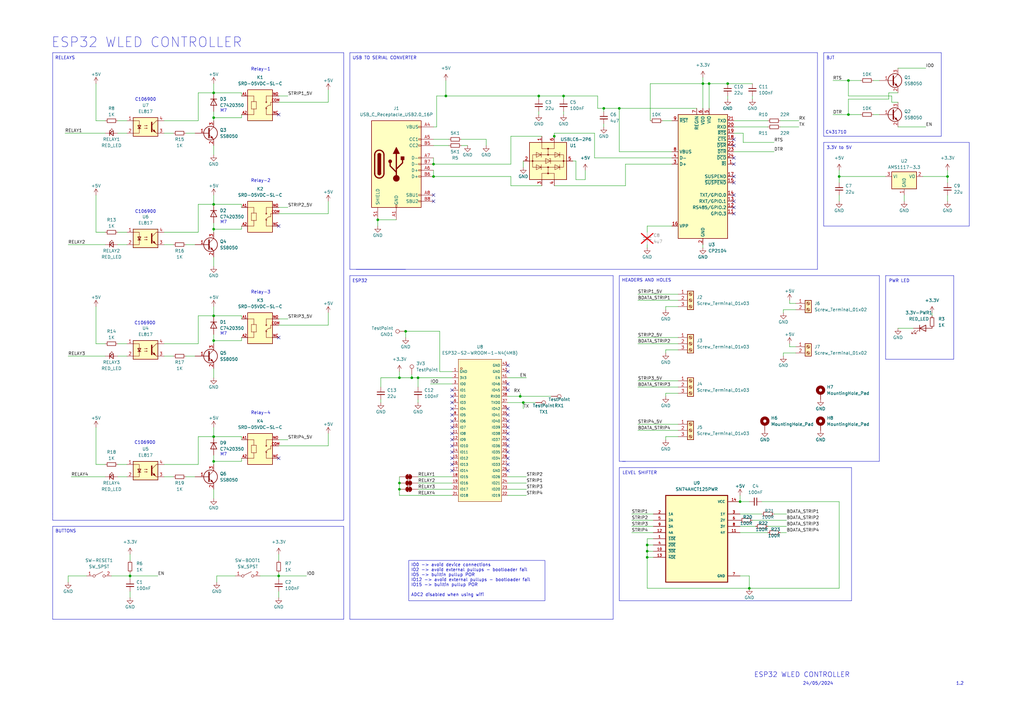
<source format=kicad_sch>
(kicad_sch (version 20231120) (generator "eeschema") (generator_version "8.0")
  (paper "A3")
  (lib_symbols
    (symbol "Connector:Screw_Terminal_01x02" (pin_names (offset 1.016) hide)
      (property "Reference" "J" (at 0 2.54 0))
      (property "Value" "Screw_Terminal_01x02" (at 0 -5.08 0))
      (symbol "Screw_Terminal_01x02_1_1"
        (pin passive line (at -5.08 0 0) (length 3.81) (name "Pin_1") (number "1"))
        (pin passive line (at -5.08 -2.54 0) (length 3.81) (name "Pin_2") (number "2"))
      )
    )
    (symbol "Connector:Screw_Terminal_01x03" (pin_names (offset 1.016) hide)
      (property "Reference" "J" (at 0 5.08 0))
      (property "Value" "Screw_Terminal_01x03" (at 0 -5.08 0))
      (symbol "Screw_Terminal_01x03_1_1"
        (pin passive line (at -5.08 2.54 0) (length 3.81) (name "Pin_1") (number "1"))
        (pin passive line (at -5.08 0 0) (length 3.81) (name "Pin_2") (number "2"))
        (pin passive line (at -5.08 -2.54 0) (length 3.81) (name "Pin_3") (number "3"))
      )
    )
    (symbol "Connector:TestPoint" (pin_numbers hide) (pin_names (offset 0.762) hide)
      (property "Reference" "TP" (at 0 6.858 0))
      (property "Value" "TestPoint" (at 0 5.08 0))
      (symbol "TestPoint_1_1"
        (pin passive line (at 0 0 90) (length 2.54) (name "1") (number "1"))
      )
    )
    (symbol "Connector:USB_C_Receptacle_USB2.0_16P" (pin_names (offset 1.016))
      (property "Reference" "J" (at 0 22.225 0))
      (property "Value" "USB_C_Receptacle_USB2.0_16P" (at 0 19.685 0))
      (symbol "USB_C_Receptacle_USB2.0_16P_1_1"
        (pin passive line (at 0 -22.86 90) (length 5.08) (name "GND") (number "A1"))
        (pin passive line (at 0 -22.86 90) (length 5.08) hide (name "GND") (number "A12"))
        (pin passive line (at 15.24 15.24 180) (length 5.08) (name "VBUS") (number "A4"))
        (pin bidirectional line (at 15.24 10.16 180) (length 5.08) (name "CC1") (number "A5"))
        (pin bidirectional line (at 15.24 -2.54 180) (length 5.08) (name "D+") (number "A6"))
        (pin bidirectional line (at 15.24 2.54 180) (length 5.08) (name "D-") (number "A7"))
        (pin bidirectional line (at 15.24 -12.7 180) (length 5.08) (name "SBU1") (number "A8"))
        (pin passive line (at 15.24 15.24 180) (length 5.08) hide (name "VBUS") (number "A9"))
        (pin passive line (at 0 -22.86 90) (length 5.08) hide (name "GND") (number "B1"))
        (pin passive line (at 0 -22.86 90) (length 5.08) hide (name "GND") (number "B12"))
        (pin passive line (at 15.24 15.24 180) (length 5.08) hide (name "VBUS") (number "B4"))
        (pin bidirectional line (at 15.24 7.62 180) (length 5.08) (name "CC2") (number "B5"))
        (pin bidirectional line (at 15.24 -5.08 180) (length 5.08) (name "D+") (number "B6"))
        (pin bidirectional line (at 15.24 0 180) (length 5.08) (name "D-") (number "B7"))
        (pin bidirectional line (at 15.24 -15.24 180) (length 5.08) (name "SBU2") (number "B8"))
        (pin passive line (at 15.24 15.24 180) (length 5.08) hide (name "VBUS") (number "B9"))
        (pin passive line (at -7.62 -22.86 90) (length 5.08) (name "SHIELD") (number "S1"))
      )
    )
    (symbol "Device:C_Small" (pin_numbers hide) (pin_names (offset 0.254) hide)
      (property "Reference" "C" (at 0.254 1.778 0))
      (property "Value" "C_Small" (at 0.254 -2.032 0))
      (symbol "C_Small_1_1"
        (pin passive line (at 0 2.54 270) (length 2.032) (name "~") (number "1"))
        (pin passive line (at 0 -2.54 90) (length 2.032) (name "~") (number "2"))
      )
    )
    (symbol "Device:LED" (pin_numbers hide) (pin_names (offset 1.016) hide)
      (property "Reference" "D" (at 0 2.54 0))
      (property "Value" "LED" (at 0 -2.54 0))
      (symbol "LED_1_1"
        (pin passive line (at -3.81 0 0) (length 2.54) (name "K") (number "1"))
        (pin passive line (at 3.81 0 180) (length 2.54) (name "A") (number "2"))
      )
    )
    (symbol "Device:LED_Small" (pin_numbers hide) (pin_names (offset 0.254) hide)
      (property "Reference" "D" (at -1.27 3.175 0))
      (property "Value" "LED_Small" (at -4.445 -2.54 0))
      (symbol "LED_Small_1_1"
        (pin passive line (at -2.54 0 0) (length 1.778) (name "K") (number "1"))
        (pin passive line (at 2.54 0 180) (length 1.778) (name "A") (number "2"))
      )
    )
    (symbol "Device:Q_NPN_BEC" (pin_names (offset 0) hide)
      (property "Reference" "Q" (at 5.08 1.27 0))
      (property "Value" "Q_NPN_BEC" (at 5.08 -1.27 0))
      (symbol "Q_NPN_BEC_1_1"
        (pin input line (at -5.08 0 0) (length 5.715) (name "B") (number "1"))
        (pin passive line (at 2.54 -5.08 90) (length 2.54) (name "E") (number "2"))
        (pin passive line (at 2.54 5.08 270) (length 2.54) (name "C") (number "3"))
      )
    )
    (symbol "Device:R_Small" (pin_numbers hide) (pin_names (offset 0.254) hide)
      (property "Reference" "R" (at 0.762 0.508 0))
      (property "Value" "R_Small" (at 0.762 -1.016 0))
      (symbol "R_Small_1_1"
        (pin passive line (at 0 2.54 270) (length 0.762) (name "~") (number "1"))
        (pin passive line (at 0 -2.54 90) (length 0.762) (name "~") (number "2"))
      )
    )
    (symbol "ESP32:ESP32-S2-WROOM-1-N4(4MB)"
      (property "Reference" "U" (at 0 1.27 0))
      (property "Value" "ESP32-S2-WROOM-1-N4(4MB)" (at 0 -2.54 0))
      (symbol "ESP32-S2-WROOM-1-N4(4MB)_0_1"
        (pin unspecified line (at -11.43 24.13 0) (length 2.54) (name "GND") (number "1"))
        (pin unspecified line (at -11.43 1.27 0) (length 2.54) (name "IO7") (number "10"))
        (pin unspecified line (at -11.43 -1.27 0) (length 2.54) (name "IO8") (number "11"))
        (pin unspecified line (at -11.43 -3.81 0) (length 2.54) (name "IO9") (number "12"))
        (pin unspecified line (at -11.43 -6.35 0) (length 2.54) (name "IO10") (number "13"))
        (pin unspecified line (at -11.43 -8.89 0) (length 2.54) (name "IO11") (number "14"))
        (pin unspecified line (at -11.43 -11.43 0) (length 2.54) (name "IO12") (number "15"))
        (pin unspecified line (at -11.43 -13.97 0) (length 2.54) (name "IO13") (number "16"))
        (pin unspecified line (at -11.43 -16.51 0) (length 2.54) (name "IO14") (number "17"))
        (pin unspecified line (at -11.43 -19.05 0) (length 2.54) (name "IO15") (number "18"))
        (pin unspecified line (at -11.43 -21.59 0) (length 2.54) (name "IO16") (number "19"))
        (pin unspecified line (at -11.43 21.59 0) (length 2.54) (name "3V3") (number "2"))
        (pin unspecified line (at -11.43 -24.13 0) (length 2.54) (name "IO17") (number "20"))
        (pin unspecified line (at -11.43 -26.67 0) (length 2.54) (name "IO18") (number "21"))
        (pin unspecified line (at 11.43 -26.67 180) (length 2.54) (name "IO19") (number "22"))
        (pin unspecified line (at 11.43 -24.13 180) (length 2.54) (name "IO20") (number "23"))
        (pin unspecified line (at 11.43 -21.59 180) (length 2.54) (name "IO21") (number "24"))
        (pin unspecified line (at 11.43 -19.05 180) (length 2.54) (name "IO26") (number "25"))
        (pin unspecified line (at 11.43 -16.51 180) (length 2.54) (name "GND") (number "26"))
        (pin unspecified line (at 11.43 -13.97 180) (length 2.54) (name "IO33") (number "27"))
        (pin unspecified line (at 11.43 -11.43 180) (length 2.54) (name "IO34") (number "28"))
        (pin unspecified line (at 11.43 -8.89 180) (length 2.54) (name "IO35") (number "29"))
        (pin unspecified line (at -11.43 19.05 0) (length 2.54) (name "IO0") (number "3"))
        (pin unspecified line (at 11.43 -6.35 180) (length 2.54) (name "IO36") (number "30"))
        (pin unspecified line (at 11.43 -3.81 180) (length 2.54) (name "IO37") (number "31"))
        (pin unspecified line (at 11.43 -1.27 180) (length 2.54) (name "IO38") (number "32"))
        (pin unspecified line (at 11.43 1.27 180) (length 2.54) (name "IO39") (number "33"))
        (pin unspecified line (at 11.43 3.81 180) (length 2.54) (name "IO40") (number "34"))
        (pin unspecified line (at 11.43 6.35 180) (length 2.54) (name "IO41") (number "35"))
        (pin unspecified line (at 11.43 8.89 180) (length 2.54) (name "IO42") (number "36"))
        (pin unspecified line (at 11.43 11.43 180) (length 2.54) (name "TXD0") (number "37"))
        (pin unspecified line (at 11.43 13.97 180) (length 2.54) (name "RXD0") (number "38"))
        (pin unspecified line (at 11.43 16.51 180) (length 2.54) (name "IO45") (number "39"))
        (pin unspecified line (at -11.43 16.51 0) (length 2.54) (name "IO1") (number "4"))
        (pin unspecified line (at 11.43 19.05 180) (length 2.54) (name "IO46") (number "40"))
        (pin unspecified line (at 11.43 21.59 180) (length 2.54) (name "EN") (number "41"))
        (pin unspecified line (at 11.43 24.13 180) (length 2.54) (name "GND") (number "42"))
        (pin unspecified line (at 11.43 26.67 180) (length 2.54) (name "GND") (number "43"))
        (pin unspecified line (at -11.43 13.97 0) (length 2.54) (name "IO2") (number "5"))
        (pin unspecified line (at -11.43 11.43 0) (length 2.54) (name "IO3") (number "6"))
        (pin unspecified line (at -11.43 8.89 0) (length 2.54) (name "IO4") (number "7"))
        (pin unspecified line (at -11.43 6.35 0) (length 2.54) (name "IO5") (number "8"))
        (pin unspecified line (at -11.43 3.81 0) (length 2.54) (name "IO6") (number "9"))
      )
    )
    (symbol "Interface_USB:CP2104"
      (property "Reference" "U" (at -5.08 28.575 0))
      (property "Value" "CP2104" (at -5.08 26.67 0))
      (symbol "CP2104_1_1"
        (pin input line (at 12.7 5.08 180) (length 2.54) (name "~{RI}") (number "1"))
        (pin no_connect line (at 10.16 -20.32 180) (length 2.54) hide (name "NC") (number "10"))
        (pin bidirectional line (at 12.7 -15.24 180) (length 2.54) (name "GPIO.3") (number "11"))
        (pin bidirectional line (at 12.7 -12.7 180) (length 2.54) (name "RS485/GPIO.2") (number "12"))
        (pin bidirectional line (at 12.7 -10.16 180) (length 2.54) (name "RXT/GPIO.1") (number "13"))
        (pin bidirectional line (at 12.7 -7.62 180) (length 2.54) (name "TXT/GPIO.0") (number "14"))
        (pin output line (at 12.7 -2.54 180) (length 2.54) (name "~{SUSPEND}") (number "15"))
        (pin passive line (at -12.7 -20.32 0) (length 2.54) (name "VPP") (number "16"))
        (pin output line (at 12.7 0 180) (length 2.54) (name "SUSPEND") (number "17"))
        (pin input line (at 12.7 15.24 180) (length 2.54) (name "~{CTS}") (number "18"))
        (pin output line (at 12.7 17.78 180) (length 2.54) (name "~{RTS}") (number "19"))
        (pin power_in line (at 0 -27.94 90) (length 2.54) (name "GND") (number "2"))
        (pin input line (at 12.7 20.32 180) (length 2.54) (name "RXD") (number "20"))
        (pin output line (at 12.7 22.86 180) (length 2.54) (name "TXD") (number "21"))
        (pin input line (at 12.7 12.7 180) (length 2.54) (name "~{DSR}") (number "22"))
        (pin output line (at 12.7 10.16 180) (length 2.54) (name "~{DTR}") (number "23"))
        (pin input line (at 12.7 7.62 180) (length 2.54) (name "~{DCD}") (number "24"))
        (pin passive line (at 0 -27.94 90) (length 2.54) hide (name "GND") (number "25"))
        (pin bidirectional line (at -12.7 5.08 0) (length 2.54) (name "D+") (number "3"))
        (pin bidirectional line (at -12.7 7.62 0) (length 2.54) (name "D-") (number "4"))
        (pin power_in line (at 2.54 27.94 270) (length 2.54) (name "VIO") (number "5"))
        (pin power_in line (at 0 27.94 270) (length 2.54) (name "VDD") (number "6"))
        (pin power_in line (at -2.54 27.94 270) (length 2.54) (name "REGIN") (number "7"))
        (pin input line (at -12.7 10.16 0) (length 2.54) (name "VBUS") (number "8"))
        (pin bidirectional line (at -12.7 22.86 0) (length 2.54) (name "~{RST}") (number "9"))
      )
    )
    (symbol "Isolator:EL817" (pin_names (offset 1.016))
      (property "Reference" "U" (at -5.08 5.08 0))
      (property "Value" "EL817" (at 0 5.08 0))
      (symbol "EL817_1_1"
        (pin passive line (at -7.62 2.54 0) (length 2.54) (name "~") (number "1"))
        (pin passive line (at -7.62 -2.54 0) (length 2.54) (name "~") (number "2"))
        (pin passive line (at 7.62 -2.54 180) (length 2.54) (name "~") (number "3"))
        (pin passive line (at 7.62 2.54 180) (length 2.54) (name "~") (number "4"))
      )
    )
    (symbol "Jumper:SolderJumper_2_Bridged" (pin_numbers hide) (pin_names (offset 0) hide) (exclude_from_sim yes) (in_bom no)
      (property "Reference" "JP" (at 0 2.032 0))
      (property "Value" "SolderJumper_2_Bridged" (at 0 -2.54 0))
      (symbol "SolderJumper_2_Bridged_1_1"
        (pin passive line (at -3.81 0 0) (length 2.54) (name "A") (number "1"))
        (pin passive line (at 3.81 0 180) (length 2.54) (name "B") (number "2"))
      )
    )
    (symbol "Mechanical:MountingHole_Pad" (pin_numbers hide) (pin_names (offset 1.016) hide) (exclude_from_sim yes) (in_bom no)
      (property "Reference" "H" (at 0 6.35 0))
      (property "Value" "MountingHole_Pad" (at 0 4.445 0))
      (symbol "MountingHole_Pad_1_1"
        (pin input line (at 0 -2.54 90) (length 2.54) (name "1") (number "1"))
      )
    )
    (symbol "Power_Protection:USBLC6-2P6" (pin_names hide)
      (property "Reference" "U" (at 2.54 8.89 0))
      (property "Value" "USBLC6-2P6" (at 2.54 -8.89 0))
      (symbol "USBLC6-2P6_1_1"
        (pin passive line (at -10.16 -2.54 0) (length 2.54) (name "I/O1") (number "1"))
        (pin passive line (at 0 -10.16 90) (length 2.54) (name "GND") (number "2"))
        (pin passive line (at 10.16 -2.54 180) (length 2.54) (name "I/O2") (number "3"))
        (pin passive line (at 10.16 2.54 180) (length 2.54) (name "I/O2") (number "4"))
        (pin passive line (at 0 10.16 270) (length 2.54) (name "VBUS") (number "5"))
        (pin passive line (at -10.16 2.54 0) (length 2.54) (name "I/O1") (number "6"))
      )
    )
    (symbol "Regulator_Linear:LM1117MP-3.3"
      (property "Reference" "U" (at -3.81 3.175 0))
      (property "Value" "LM1117MP-3.3" (at 0 3.175 0))
      (symbol "LM1117MP-3.3_1_1"
        (pin power_in line (at 0 -7.62 90) (length 2.54) (name "GND") (number "1"))
        (pin power_out line (at 7.62 0 180) (length 2.54) (name "VO") (number "2"))
        (pin power_in line (at -7.62 0 0) (length 2.54) (name "VI") (number "3"))
      )
    )
    (symbol "SN74AHCT125PWR:SN74AHCT125PWR" (pin_names (offset 1.016))
      (property "Reference" "U" (at -12.7 18.78 0))
      (property "Value" "SN74AHCT125PWR" (at -12.7 -21.78 0))
      (symbol "SN74AHCT125PWR_0_0"
        (pin input line (at -17.78 0 0) (length 5.08) (name "~{1OE}") (number "1"))
        (pin input line (at -17.78 -5.08 0) (length 5.08) (name "~{3OE}") (number "10"))
        (pin output line (at 17.78 2.54 180) (length 5.08) (name "4Y") (number "11"))
        (pin input line (at -17.78 2.54 0) (length 5.08) (name "4A") (number "12"))
        (pin input line (at -17.78 -7.62 0) (length 5.08) (name "~{4OE}") (number "13"))
        (pin power_in line (at 17.78 15.24 180) (length 5.08) (name "VCC") (number "14"))
        (pin input line (at -17.78 10.16 0) (length 5.08) (name "1A") (number "2"))
        (pin output line (at 17.78 10.16 180) (length 5.08) (name "1Y") (number "3"))
        (pin input line (at -17.78 -2.54 0) (length 5.08) (name "~{2OE}") (number "4"))
        (pin input line (at -17.78 7.62 0) (length 5.08) (name "2A") (number "5"))
        (pin output line (at 17.78 7.62 180) (length 5.08) (name "2Y") (number "6"))
        (pin power_in line (at 17.78 -15.24 180) (length 5.08) (name "GND") (number "7"))
        (pin output line (at 17.78 5.08 180) (length 5.08) (name "3Y") (number "8"))
        (pin input line (at -17.78 5.08 0) (length 5.08) (name "3A") (number "9"))
      )
    )
    (symbol "SRD-05VDC-SL-C_1" (pin_names (offset 1.016))
      (property "Reference" "K" (at -5.0809 5.843 0))
      (property "Value" "SRD-05VDC-SL-C" (at -5.0832 -10.1664 0))
      (symbol "SRD-05VDC-SL-C_1_0_0"
        (pin passive line (at -7.62 2.54 0) (length 2.54) (name "~") (number "A1"))
        (pin passive line (at -7.62 -5.08 0) (length 2.54) (name "~") (number "A2"))
        (pin passive line (at 7.62 0 180) (length 2.54) (name "~") (number "COM"))
        (pin passive line (at 7.62 -5.08 180) (length 2.54) (name "~") (number "NC"))
        (pin passive line (at 7.62 2.54 180) (length 2.54) (name "~") (number "NO"))
      )
    )
    (symbol "SRD-05VDC-SL-C_2" (pin_names (offset 1.016))
      (property "Reference" "K" (at -5.0809 5.843 0))
      (property "Value" "SRD-05VDC-SL-C" (at -5.0832 -10.1664 0))
      (symbol "SRD-05VDC-SL-C_2_0_0"
        (pin passive line (at -7.62 2.54 0) (length 2.54) (name "~") (number "A1"))
        (pin passive line (at -7.62 -5.08 0) (length 2.54) (name "~") (number "A2"))
        (pin passive line (at 7.62 0 180) (length 2.54) (name "~") (number "COM"))
        (pin passive line (at 7.62 -5.08 180) (length 2.54) (name "~") (number "NC"))
        (pin passive line (at 7.62 2.54 180) (length 2.54) (name "~") (number "NO"))
      )
    )
    (symbol "SRD-05VDC-SL-C_3" (pin_names (offset 1.016))
      (property "Reference" "K" (at -5.0809 5.843 0))
      (property "Value" "SRD-05VDC-SL-C" (at -5.0832 -10.1664 0))
      (symbol "SRD-05VDC-SL-C_3_0_0"
        (pin passive line (at -7.62 2.54 0) (length 2.54) (name "~") (number "A1"))
        (pin passive line (at -7.62 -5.08 0) (length 2.54) (name "~") (number "A2"))
        (pin passive line (at 7.62 0 180) (length 2.54) (name "~") (number "COM"))
        (pin passive line (at 7.62 -5.08 180) (length 2.54) (name "~") (number "NC"))
        (pin passive line (at 7.62 2.54 180) (length 2.54) (name "~") (number "NO"))
      )
    )
    (symbol "Switch:SW_SPST" (pin_names (offset 0) hide)
      (property "Reference" "SW" (at 0 3.175 0))
      (property "Value" "SW_SPST" (at 0 -2.54 0))
      (symbol "SW_SPST_1_1"
        (pin passive line (at -5.08 0 0) (length 2.54) (name "A") (number "1"))
        (pin passive line (at 5.08 0 180) (length 2.54) (name "B") (number "2"))
      )
    )
    (symbol "local_lib:1N4007" (pin_numbers hide) (pin_names hide)
      (property "Reference" "D" (at 0 2.54 0))
      (property "Value" "1N4007" (at 0 -2.54 0))
      (symbol "1N4007_1_1"
        (pin passive line (at -3.81 0 0) (length 2.54) (name "K") (number "1"))
        (pin passive line (at 3.81 0 180) (length 2.54) (name "A") (number "2"))
      )
    )
    (symbol "local_lib:SRD-05VDC-SL-C" (pin_names (offset 1.016))
      (property "Reference" "K" (at -5.0809 5.843 0))
      (property "Value" "SRD-05VDC-SL-C" (at -5.0832 -10.1664 0))
      (symbol "SRD-05VDC-SL-C_0_0"
        (pin passive line (at -7.62 2.54 0) (length 2.54) (name "~") (number "A1"))
        (pin passive line (at -7.62 -5.08 0) (length 2.54) (name "~") (number "A2"))
        (pin passive line (at 7.62 0 180) (length 2.54) (name "~") (number "COM"))
        (pin passive line (at 7.62 -5.08 180) (length 2.54) (name "~") (number "NC"))
        (pin passive line (at 7.62 2.54 180) (length 2.54) (name "~") (number "NO"))
      )
    )
    (symbol "power:+3.3V" (power) (pin_names (offset 0))
      (property "Value" "+3.3V" (at 0 3.556 0))
      (symbol "+3.3V_1_1"
        (pin power_in line (at 0 0 90) (length 0) hide (name "+3.3V") (number "1"))
      )
    )
    (symbol "power:+5V" (power) (pin_names (offset 0))
      (property "Value" "+5V" (at 0 3.556 0))
      (symbol "+5V_1_1"
        (pin power_in line (at 0 0 90) (length 0) hide (name "+5V") (number "1"))
      )
    )
    (symbol "power:GND" (power) (pin_names (offset 0))
      (property "Value" "GND" (at 0 -3.81 0))
      (symbol "GND_1_1"
        (pin power_in line (at 0 0 270) (length 0) hide (name "GND") (number "1"))
      )
    )
  )
  (junction (at 114.3 236.22))
  (junction (at 177.8 72.39))
  (junction (at 163.83 198.12))
  (junction (at 87.63 179.07))
  (junction (at 303.53 205.74))
  (junction (at 87.63 38.1))
  (junction (at 247.65 44.45))
  (junction (at 87.63 129.54))
  (junction (at 154.94 90.17))
  (junction (at 265.43 223.52))
  (junction (at 265.43 226.06))
  (junction (at 163.83 154.94))
  (junction (at 388.62 72.39))
  (junction (at 168.91 154.94))
  (junction (at 87.63 93.98))
  (junction (at 171.45 154.94))
  (junction (at 182.88 39.37))
  (junction (at 347.98 33.02))
  (junction (at 87.63 189.23))
  (junction (at 213.36 162.56))
  (junction (at 307.34 241.3))
  (junction (at 163.83 200.66))
  (junction (at 231.14 39.37))
  (junction (at 220.98 39.37))
  (junction (at 166.37 135.89))
  (junction (at 288.29 34.29))
  (junction (at 290.83 34.29))
  (junction (at 227.33 55.88))
  (junction (at 87.63 83.82))
  (junction (at 347.98 46.99))
  (junction (at 87.63 139.7))
  (junction (at 344.17 72.39))
  (junction (at 254 44.45))
  (junction (at 298.45 34.29))
  (junction (at 87.63 48.26))
  (junction (at 177.8 67.31))
  (junction (at 214.63 165.1))
  (junction (at 265.43 228.6))
  (junction (at 53.34 236.22))
  (no_connect (at 208.28 157.48))
  (no_connect (at 300.99 67.31))
  (no_connect (at 185.42 165.1))
  (no_connect (at 208.28 172.72))
  (no_connect (at 185.42 167.64))
  (no_connect (at 185.42 160.02))
  (no_connect (at 300.99 80.01))
  (no_connect (at 300.99 57.15))
  (no_connect (at 208.28 190.5))
  (no_connect (at 114.3 187.96))
  (no_connect (at 185.42 177.8))
  (no_connect (at 208.28 167.64))
  (no_connect (at 185.42 162.56))
  (no_connect (at 300.99 74.93))
  (no_connect (at 114.3 92.71))
  (no_connect (at 208.28 170.18))
  (no_connect (at 185.42 172.72))
  (no_connect (at 208.28 185.42))
  (no_connect (at 114.3 138.43))
  (no_connect (at 208.28 160.02))
  (no_connect (at 185.42 187.96))
  (no_connect (at 208.28 175.26))
  (no_connect (at 300.99 59.69))
  (no_connect (at 114.3 46.99))
  (no_connect (at 185.42 180.34))
  (no_connect (at 185.42 175.26))
  (no_connect (at 185.42 170.18))
  (no_connect (at 208.28 182.88))
  (no_connect (at 208.28 180.34))
  (no_connect (at 185.42 193.04))
  (no_connect (at 300.99 72.39))
  (no_connect (at 300.99 82.55))
  (no_connect (at 177.8 80.01))
  (no_connect (at 208.28 149.86))
  (no_connect (at 185.42 182.88))
  (no_connect (at 300.99 87.63))
  (no_connect (at 177.8 82.55))
  (no_connect (at 208.28 152.4))
  (no_connect (at 300.99 64.77))
  (no_connect (at 185.42 185.42))
  (no_connect (at 208.28 177.8))
  (no_connect (at 208.28 187.96))
  (no_connect (at 300.99 85.09))
  (no_connect (at 208.28 193.04))
  (no_connect (at 185.42 190.5))
  (wire (pts (xy 87.63 80.01) (xy 87.63 83.82)))
  (wire (pts (xy 81.28 49.53) (xy 81.28 38.1)))
  (wire (pts (xy 114.3 180.34) (xy 118.11 180.34)))
  (wire (pts (xy 99.06 139.7) (xy 87.63 139.7)))
  (wire (pts (xy 300.99 52.07) (xy 314.96 52.07)))
  (wire (pts (xy 358.14 46.99) (xy 360.68 46.99)))
  (wire (pts (xy 261.62 173.99) (xy 278.13 173.99)))
  (wire (pts (xy 163.83 154.94) (xy 156.21 154.94)))
  (wire (pts (xy 326.39 124.46) (xy 323.85 124.46)))
  (wire (pts (xy 53.34 236.22) (xy 64.77 236.22)))
  (wire (pts (xy 261.62 156.21) (xy 278.13 156.21)))
  (wire (pts (xy 189.23 57.15) (xy 199.39 57.15)))
  (wire (pts (xy 368.3 52.07) (xy 379.73 52.07)))
  (wire (pts (xy 99.06 83.82) (xy 87.63 83.82)))
  (wire (pts (xy 182.88 39.37) (xy 220.98 39.37)))
  (wire (pts (xy 213.36 162.56) (xy 226.06 162.56)))
  (wire (pts (xy 265.43 226.06) (xy 267.97 226.06)))
  (wire (pts (xy 114.3 227.33) (xy 114.3 229.87)))
  (wire (pts (xy 236.22 66.04) (xy 236.22 73.66)))
  (wire (pts (xy 88.9 236.22) (xy 96.52 236.22)))
  (wire (pts (xy 81.28 95.25) (xy 81.28 83.82)))
  (wire (pts (xy 87.63 186.69) (xy 87.63 189.23)))
  (polyline (pts (xy 146.05 110.49) (xy 335.28 110.49)))
  (wire (pts (xy 326.39 127) (xy 321.31 127)))
  (wire (pts (xy 317.5 58.42) (xy 304.8 58.42)))
  (wire (pts (xy 53.34 227.33) (xy 53.34 229.87)))
  (polyline (pts (xy 251.46 113.03) (xy 143.51 113.03)))
  (polyline (pts (xy 143.51 113.03) (xy 143.51 254)))
  (polyline (pts (xy 337.82 55.88) (xy 386.08 55.88)))
  (wire (pts (xy 67.31 95.25) (xy 81.28 95.25)))
  (wire (pts (xy 87.63 151.13) (xy 87.63 154.94)))
  (wire (pts (xy 365.76 41.91) (xy 368.3 41.91)))
  (wire (pts (xy 177.8 64.77) (xy 177.8 67.31)))
  (wire (pts (xy 163.83 203.2) (xy 185.42 203.2)))
  (wire (pts (xy 314.96 215.9) (xy 322.58 215.9)))
  (polyline (pts (xy 337.82 21.59) (xy 337.82 55.88)))
  (wire (pts (xy 99.06 129.54) (xy 87.63 129.54)))
  (wire (pts (xy 134.62 177.8) (xy 134.62 182.88)))
  (wire (pts (xy 171.45 195.58) (xy 185.42 195.58)))
  (polyline (pts (xy 337.82 58.42) (xy 337.82 92.71)))
  (wire (pts (xy 364.49 40.64) (xy 364.49 38.1)))
  (polyline (pts (xy 363.22 147.32) (xy 391.16 147.32)))
  (wire (pts (xy 114.3 236.22) (xy 114.3 234.95)))
  (wire (pts (xy 265.43 228.6) (xy 265.43 241.3)))
  (wire (pts (xy 166.37 138.43) (xy 166.37 135.89)))
  (wire (pts (xy 171.45 158.75) (xy 171.45 154.94)))
  (wire (pts (xy 344.17 72.39) (xy 344.17 69.85)))
  (wire (pts (xy 179.07 52.07) (xy 177.8 52.07)))
  (wire (pts (xy 99.06 85.09) (xy 99.06 83.82)))
  (wire (pts (xy 326.39 144.78) (xy 321.31 144.78)))
  (wire (pts (xy 53.34 236.22) (xy 53.34 237.49)))
  (wire (pts (xy 48.26 95.25) (xy 52.07 95.25)))
  (polyline (pts (xy 143.51 21.59) (xy 143.51 110.49)))
  (wire (pts (xy 308.61 40.64) (xy 308.61 39.37)))
  (polyline (pts (xy 254 246.38) (xy 349.25 246.38)))
  (wire (pts (xy 288.29 34.29) (xy 290.83 34.29)))
  (polyline (pts (xy 349.25 191.77) (xy 254 191.77)))
  (polyline (pts (xy 386.08 21.59) (xy 337.82 21.59)))
  (wire (pts (xy 278.13 179.07) (xy 273.05 179.07)))
  (wire (pts (xy 265.43 241.3) (xy 307.34 241.3)))
  (wire (pts (xy 48.26 190.5) (xy 52.07 190.5)))
  (wire (pts (xy 378.46 72.39) (xy 388.62 72.39)))
  (wire (pts (xy 271.78 49.53) (xy 275.59 49.53)))
  (wire (pts (xy 227.33 76.2) (xy 256.54 76.2)))
  (wire (pts (xy 256.54 67.31) (xy 275.59 67.31)))
  (wire (pts (xy 265.43 228.6) (xy 267.97 228.6)))
  (wire (pts (xy 265.43 220.98) (xy 265.43 223.52)))
  (wire (pts (xy 278.13 161.29) (xy 273.05 161.29)))
  (wire (pts (xy 364.49 38.1) (xy 368.3 38.1)))
  (wire (pts (xy 214.63 66.04) (xy 214.63 68.58)))
  (wire (pts (xy 87.63 189.23) (xy 87.63 190.5)))
  (wire (pts (xy 99.06 179.07) (xy 87.63 179.07)))
  (wire (pts (xy 99.06 46.99) (xy 99.06 48.26)))
  (wire (pts (xy 87.63 91.44) (xy 87.63 93.98)))
  (wire (pts (xy 307.34 241.3) (xy 344.17 241.3)))
  (wire (pts (xy 275.59 92.71) (xy 265.43 92.71)))
  (wire (pts (xy 344.17 241.3) (xy 344.17 205.74)))
  (wire (pts (xy 261.62 176.53) (xy 278.13 176.53)))
  (wire (pts (xy 236.22 73.66) (xy 240.03 73.66)))
  (wire (pts (xy 265.43 226.06) (xy 265.43 228.6)))
  (wire (pts (xy 87.63 125.73) (xy 87.63 129.54)))
  (wire (pts (xy 209.55 76.2) (xy 222.25 76.2)))
  (wire (pts (xy 347.98 33.02) (xy 347.98 39.37)))
  (wire (pts (xy 67.31 49.53) (xy 81.28 49.53)))
  (wire (pts (xy 87.63 200.66) (xy 87.63 204.47)))
  (wire (pts (xy 365.76 39.37) (xy 365.76 41.91)))
  (wire (pts (xy 273.05 161.29) (xy 273.05 162.56)))
  (wire (pts (xy 273.05 125.73) (xy 273.05 127)))
  (wire (pts (xy 48.26 146.05) (xy 52.07 146.05)))
  (wire (pts (xy 259.08 213.36) (xy 267.97 213.36)))
  (wire (pts (xy 265.43 92.71) (xy 265.43 95.25)))
  (wire (pts (xy 298.45 40.64) (xy 298.45 39.37)))
  (wire (pts (xy 358.14 33.02) (xy 360.68 33.02)))
  (wire (pts (xy 243.84 64.77) (xy 275.59 64.77)))
  (wire (pts (xy 156.21 165.1) (xy 156.21 163.83)))
  (wire (pts (xy 347.98 40.64) (xy 364.49 40.64)))
  (wire (pts (xy 177.8 59.69) (xy 184.15 59.69)))
  (polyline (pts (xy 254 189.23) (xy 256.54 189.23)))
  (wire (pts (xy 261.62 138.43) (xy 278.13 138.43)))
  (wire (pts (xy 388.62 69.85) (xy 388.62 72.39)))
  (polyline (pts (xy 143.51 110.49) (xy 166.37 110.49)))
  (wire (pts (xy 88.9 238.76) (xy 88.9 236.22)))
  (wire (pts (xy 168.91 154.94) (xy 163.83 154.94)))
  (wire (pts (xy 76.2 146.05) (xy 80.01 146.05)))
  (wire (pts (xy 209.55 72.39) (xy 209.55 76.2)))
  (wire (pts (xy 254 62.23) (xy 275.59 62.23)))
  (wire (pts (xy 209.55 67.31) (xy 209.55 55.88)))
  (wire (pts (xy 215.9 200.66) (xy 208.28 200.66)))
  (wire (pts (xy 166.37 135.89) (xy 180.34 135.89)))
  (wire (pts (xy 114.3 242.57) (xy 114.3 245.11)))
  (wire (pts (xy 213.36 161.29) (xy 213.36 162.56)))
  (wire (pts (xy 266.7 34.29) (xy 266.7 49.53)))
  (wire (pts (xy 261.62 120.65) (xy 278.13 120.65)))
  (wire (pts (xy 168.91 153.67) (xy 168.91 154.94)))
  (wire (pts (xy 341.63 46.99) (xy 347.98 46.99)))
  (wire (pts (xy 261.62 140.97) (xy 278.13 140.97)))
  (wire (pts (xy 344.17 72.39) (xy 363.22 72.39)))
  (wire (pts (xy 300.99 49.53) (xy 314.96 49.53)))
  (wire (pts (xy 87.63 45.72) (xy 87.63 48.26)))
  (wire (pts (xy 76.2 100.33) (xy 80.01 100.33)))
  (wire (pts (xy 273.05 179.07) (xy 273.05 180.34)))
  (wire (pts (xy 99.06 130.81) (xy 99.06 129.54)))
  (wire (pts (xy 154.94 90.17) (xy 154.94 92.71)))
  (polyline (pts (xy 363.22 113.03) (xy 363.22 147.32)))
  (wire (pts (xy 27.94 238.76) (xy 27.94 236.22)))
  (wire (pts (xy 320.04 49.53) (xy 327.66 49.53)))
  (polyline (pts (xy 143.51 254) (xy 251.46 254)))
  (wire (pts (xy 231.14 39.37) (xy 245.11 39.37)))
  (wire (pts (xy 254 44.45) (xy 247.65 44.45)))
  (wire (pts (xy 81.28 83.82) (xy 87.63 83.82)))
  (polyline (pts (xy 21.59 215.9) (xy 140.97 215.9)))
  (polyline (pts (xy 255.27 189.23) (xy 360.68 189.23)))
  (wire (pts (xy 114.3 130.81) (xy 118.11 130.81)))
  (wire (pts (xy 254 44.45) (xy 285.75 44.45)))
  (wire (pts (xy 220.98 39.37) (xy 220.98 40.64)))
  (wire (pts (xy 231.14 39.37) (xy 231.14 40.64)))
  (wire (pts (xy 214.63 165.1) (xy 219.71 165.1)))
  (wire (pts (xy 81.28 140.97) (xy 81.28 129.54)))
  (polyline (pts (xy 140.97 215.9) (xy 140.97 254)))
  (wire (pts (xy 240.03 69.85) (xy 240.03 73.66)))
  (polyline (pts (xy 397.51 58.42) (xy 337.82 58.42)))
  (wire (pts (xy 370.84 82.55) (xy 370.84 80.01)))
  (wire (pts (xy 87.63 105.41) (xy 87.63 109.22)))
  (wire (pts (xy 67.31 190.5) (xy 81.28 190.5)))
  (wire (pts (xy 39.37 175.26) (xy 39.37 190.5)))
  (wire (pts (xy 26.67 54.61) (xy 43.18 54.61)))
  (wire (pts (xy 171.45 154.94) (xy 185.42 154.94)))
  (wire (pts (xy 156.21 154.94) (xy 156.21 158.75)))
  (wire (pts (xy 99.06 48.26) (xy 87.63 48.26)))
  (wire (pts (xy 39.37 49.53) (xy 43.18 49.53)))
  (wire (pts (xy 227.33 55.88) (xy 227.33 54.61)))
  (wire (pts (xy 388.62 72.39) (xy 388.62 74.93)))
  (wire (pts (xy 300.99 62.23) (xy 317.5 62.23)))
  (wire (pts (xy 179.07 39.37) (xy 179.07 52.07)))
  (wire (pts (xy 227.33 54.61) (xy 243.84 54.61)))
  (wire (pts (xy 298.45 34.29) (xy 308.61 34.29)))
  (wire (pts (xy 87.63 34.29) (xy 87.63 38.1)))
  (wire (pts (xy 180.34 152.4) (xy 185.42 152.4)))
  (wire (pts (xy 290.83 34.29) (xy 290.83 44.45)))
  (wire (pts (xy 214.63 165.1) (xy 214.63 167.64)))
  (wire (pts (xy 182.88 39.37) (xy 182.88 33.02)))
  (wire (pts (xy 177.8 72.39) (xy 209.55 72.39)))
  (wire (pts (xy 379.73 27.94) (xy 368.3 27.94)))
  (wire (pts (xy 48.26 49.53) (xy 52.07 49.53)))
  (wire (pts (xy 99.06 138.43) (xy 99.06 139.7)))
  (wire (pts (xy 261.62 158.75) (xy 278.13 158.75)))
  (wire (pts (xy 171.45 200.66) (xy 185.42 200.66)))
  (wire (pts (xy 321.31 127) (xy 321.31 128.27)))
  (wire (pts (xy 177.8 57.15) (xy 184.15 57.15)))
  (wire (pts (xy 209.55 55.88) (xy 222.25 55.88)))
  (wire (pts (xy 81.28 38.1) (xy 87.63 38.1)))
  (wire (pts (xy 231.14 46.99) (xy 231.14 45.72)))
  (wire (pts (xy 171.45 198.12) (xy 185.42 198.12)))
  (wire (pts (xy 208.28 162.56) (xy 213.36 162.56)))
  (polyline (pts (xy 254 113.03) (xy 254 189.23)))
  (wire (pts (xy 290.83 34.29) (xy 298.45 34.29)))
  (wire (pts (xy 247.65 52.07) (xy 247.65 50.8)))
  (wire (pts (xy 76.2 195.58) (xy 80.01 195.58)))
  (polyline (pts (xy 335.28 21.59) (xy 143.51 21.59)))
  (wire (pts (xy 321.31 144.78) (xy 321.31 146.05)))
  (wire (pts (xy 114.3 236.22) (xy 114.3 237.49)))
  (wire (pts (xy 114.3 39.37) (xy 118.11 39.37)))
  (wire (pts (xy 81.28 190.5) (xy 81.28 179.07)))
  (wire (pts (xy 245.11 44.45) (xy 247.65 44.45)))
  (wire (pts (xy 48.26 100.33) (xy 52.07 100.33)))
  (wire (pts (xy 81.28 179.07) (xy 87.63 179.07)))
  (wire (pts (xy 134.62 36.83) (xy 134.62 41.91)))
  (polyline (pts (xy 140.97 213.36) (xy 140.97 21.59)))
  (wire (pts (xy 278.13 143.51) (xy 273.05 143.51)))
  (wire (pts (xy 273.05 143.51) (xy 273.05 144.78)))
  (wire (pts (xy 265.43 223.52) (xy 265.43 226.06)))
  (wire (pts (xy 199.39 57.15) (xy 199.39 59.69)))
  (polyline (pts (xy 21.59 213.36) (xy 140.97 213.36)))
  (wire (pts (xy 344.17 72.39) (xy 344.17 74.93)))
  (wire (pts (xy 48.26 140.97) (xy 52.07 140.97)))
  (wire (pts (xy 99.06 39.37) (xy 99.06 38.1)))
  (polyline (pts (xy 21.59 254) (xy 140.97 254)))
  (wire (pts (xy 67.31 100.33) (xy 71.12 100.33)))
  (wire (pts (xy 220.98 46.99) (xy 220.98 45.72)))
  (polyline (pts (xy 21.59 21.59) (xy 21.59 210.82)))
  (wire (pts (xy 39.37 190.5) (xy 43.18 190.5)))
  (polyline (pts (xy 360.68 189.23) (xy 360.68 113.03)))
  (wire (pts (xy 27.94 146.05) (xy 43.18 146.05)))
  (wire (pts (xy 265.43 101.6) (xy 265.43 100.33)))
  (wire (pts (xy 320.04 218.44) (xy 322.58 218.44)))
  (polyline (pts (xy 21.59 210.82) (xy 21.59 213.36)))
  (wire (pts (xy 254 44.45) (xy 254 62.23)))
  (wire (pts (xy 29.21 195.58) (xy 43.18 195.58)))
  (wire (pts (xy 208.28 165.1) (xy 214.63 165.1)))
  (wire (pts (xy 347.98 39.37) (xy 365.76 39.37)))
  (polyline (pts (xy 360.68 113.03) (xy 254 113.03)))
  (wire (pts (xy 312.42 210.82) (xy 303.53 210.82)))
  (polyline (pts (xy 337.82 92.71) (xy 397.51 92.71)))
  (wire (pts (xy 341.63 33.02) (xy 347.98 33.02)))
  (wire (pts (xy 76.2 54.61) (xy 80.01 54.61)))
  (wire (pts (xy 87.63 93.98) (xy 87.63 95.25)))
  (wire (pts (xy 114.3 41.91) (xy 134.62 41.91)))
  (wire (pts (xy 99.06 187.96) (xy 99.06 189.23)))
  (wire (pts (xy 163.83 200.66) (xy 163.83 203.2)))
  (wire (pts (xy 189.23 59.69) (xy 191.77 59.69)))
  (wire (pts (xy 81.28 129.54) (xy 87.63 129.54)))
  (wire (pts (xy 87.63 59.69) (xy 87.63 63.5)))
  (wire (pts (xy 220.98 39.37) (xy 231.14 39.37)))
  (wire (pts (xy 388.62 80.01) (xy 388.62 82.55)))
  (polyline (pts (xy 386.08 55.88) (xy 386.08 21.59)))
  (wire (pts (xy 27.94 236.22) (xy 35.56 236.22)))
  (wire (pts (xy 39.37 140.97) (xy 43.18 140.97)))
  (wire (pts (xy 114.3 236.22) (xy 125.73 236.22)))
  (wire (pts (xy 307.34 241.3) (xy 307.34 236.22)))
  (wire (pts (xy 134.62 82.55) (xy 134.62 87.63)))
  (polyline (pts (xy 391.16 113.03) (xy 363.22 113.03)))
  (wire (pts (xy 259.08 215.9) (xy 267.97 215.9)))
  (wire (pts (xy 309.88 215.9) (xy 303.53 215.9)))
  (wire (pts (xy 267.97 220.98) (xy 265.43 220.98)))
  (wire (pts (xy 308.61 213.36) (xy 322.58 213.36)))
  (wire (pts (xy 53.34 236.22) (xy 53.34 234.95)))
  (wire (pts (xy 27.94 100.33) (xy 43.18 100.33)))
  (wire (pts (xy 382.27 129.54) (xy 382.27 128.27)))
  (wire (pts (xy 312.42 205.74) (xy 344.17 205.74)))
  (wire (pts (xy 163.83 198.12) (xy 163.83 200.66)))
  (wire (pts (xy 347.98 33.02) (xy 353.06 33.02)))
  (wire (pts (xy 247.65 44.45) (xy 247.65 45.72)))
  (wire (pts (xy 215.9 154.94) (xy 208.28 154.94)))
  (wire (pts (xy 234.95 66.04) (xy 236.22 66.04)))
  (polyline (pts (xy 397.51 58.42) (xy 397.51 92.71)))
  (wire (pts (xy 87.63 137.16) (xy 87.63 139.7)))
  (wire (pts (xy 259.08 218.44) (xy 267.97 218.44)))
  (wire (pts (xy 39.37 95.25) (xy 43.18 95.25)))
  (wire (pts (xy 163.83 152.4) (xy 163.83 154.94)))
  (wire (pts (xy 320.04 52.07) (xy 327.66 52.07)))
  (wire (pts (xy 67.31 146.05) (xy 71.12 146.05)))
  (wire (pts (xy 171.45 165.1) (xy 171.45 163.83)))
  (wire (pts (xy 87.63 48.26) (xy 87.63 49.53)))
  (wire (pts (xy 344.17 80.01) (xy 344.17 82.55)))
  (polyline (pts (xy 254 191.77) (xy 254 246.38)))
  (wire (pts (xy 99.06 38.1) (xy 87.63 38.1)))
  (wire (pts (xy 39.37 34.29) (xy 39.37 49.53)))
  (wire (pts (xy 67.31 54.61) (xy 71.12 54.61)))
  (wire (pts (xy 323.85 142.24) (xy 323.85 140.97)))
  (wire (pts (xy 177.8 67.31) (xy 209.55 67.31)))
  (wire (pts (xy 48.26 54.61) (xy 52.07 54.61)))
  (wire (pts (xy 87.63 139.7) (xy 87.63 140.97)))
  (wire (pts (xy 347.98 46.99) (xy 347.98 40.64)))
  (polyline (pts (xy 349.25 191.77) (xy 349.25 246.38)))
  (wire (pts (xy 256.54 76.2) (xy 256.54 67.31)))
  (wire (pts (xy 265.43 223.52) (xy 267.97 223.52)))
  (wire (pts (xy 53.34 242.57) (xy 53.34 245.11)))
  (wire (pts (xy 114.3 85.09) (xy 118.11 85.09)))
  (wire (pts (xy 245.11 39.37) (xy 245.11 44.45)))
  (wire (pts (xy 99.06 189.23) (xy 87.63 189.23)))
  (polyline (pts (xy 251.46 254) (xy 251.46 113.03)))
  (wire (pts (xy 307.34 236.22) (xy 303.53 236.22)))
  (wire (pts (xy 99.06 180.34) (xy 99.06 179.07)))
  (wire (pts (xy 176.53 157.48) (xy 185.42 157.48)))
  (wire (pts (xy 99.06 93.98) (xy 87.63 93.98)))
  (wire (pts (xy 45.72 236.22) (xy 53.34 236.22)))
  (wire (pts (xy 288.29 34.29) (xy 288.29 44.45)))
  (wire (pts (xy 180.34 135.89) (xy 180.34 152.4)))
  (wire (pts (xy 259.08 210.82) (xy 267.97 210.82)))
  (wire (pts (xy 87.63 175.26) (xy 87.63 179.07)))
  (wire (pts (xy 278.13 125.73) (xy 273.05 125.73)))
  (wire (pts (xy 303.53 203.2) (xy 303.53 205.74)))
  (wire (pts (xy 163.83 195.58) (xy 163.83 198.12)))
  (polyline (pts (xy 335.28 110.49) (xy 335.28 21.59)))
  (wire (pts (xy 317.5 210.82) (xy 322.58 210.82)))
  (wire (pts (xy 114.3 182.88) (xy 134.62 182.88)))
  (wire (pts (xy 261.62 123.19) (xy 278.13 123.19)))
  (wire (pts (xy 326.39 142.24) (xy 323.85 142.24)))
  (wire (pts (xy 67.31 140.97) (xy 81.28 140.97)))
  (wire (pts (xy 288.29 31.75) (xy 288.29 34.29)))
  (wire (pts (xy 114.3 133.35) (xy 134.62 133.35)))
  (wire (pts (xy 106.68 236.22) (xy 114.3 236.22)))
  (wire (pts (xy 179.07 39.37) (xy 182.88 39.37)))
  (polyline (pts (xy 140.97 21.59) (xy 21.59 21.59)))
  (wire (pts (xy 304.8 58.42) (xy 304.8 54.61)))
  (wire (pts (xy 314.96 218.44) (xy 303.53 218.44)))
  (wire (pts (xy 288.29 101.6) (xy 288.29 100.33)))
  (wire (pts (xy 134.62 128.27) (xy 134.62 133.35)))
  (wire (pts (xy 48.26 195.58) (xy 52.07 195.58)))
  (wire (pts (xy 266.7 34.29) (xy 288.29 34.29)))
  (wire (pts (xy 368.3 134.62) (xy 374.65 134.62)))
  (polyline (pts (xy 21.59 254) (xy 21.59 215.9)))
  (wire (pts (xy 171.45 154.94) (xy 168.91 154.94)))
  (wire (pts (xy 39.37 80.01) (xy 39.37 95.25)))
  (wire (pts (xy 323.85 124.46) (xy 323.85 123.19)))
  (wire (pts (xy 114.3 87.63) (xy 134.62 87.63)))
  (wire (pts (xy 347.98 46.99) (xy 353.06 46.99)))
  (wire (pts (xy 39.37 125.73) (xy 39.37 140.97)))
  (wire (pts (xy 215.9 203.2) (xy 208.28 203.2)))
  (wire (pts (xy 227.33 57.15) (xy 227.33 55.88)))
  (wire (pts (xy 215.9 195.58) (xy 208.28 195.58)))
  (wire (pts (xy 177.8 69.85) (xy 177.8 72.39)))
  (wire (pts (xy 99.06 92.71) (xy 99.06 93.98)))
  (polyline (pts (xy 391.16 147.32) (xy 391.16 113.03)))
  (wire (pts (xy 243.84 54.61) (xy 243.84 64.77)))
  (wire (pts (xy 154.94 90.17) (xy 162.56 90.17)))
  (wire (pts (xy 303.53 205.74) (xy 307.34 205.74)))
  (wire (pts (xy 215.9 198.12) (xy 208.28 198.12)))
  (wire (pts (xy 304.8 54.61) (xy 300.99 54.61)))
  (wire (pts (xy 67.31 195.58) (xy 71.12 195.58)))
  (text_box "IO0 -> avoid device connections\nIO2 -> avoid external pullups - bootloader fail\nIO5 -> builtin pullup POR\nIO12 -> avoid external pullups - bootloader fail\nIO15 -> builtin pullup POR\n\nADC2 disabled when using wifi" (at 167.64 229.87 0) (size 55.88 16.51) (effects (font (size 1.27 1.27)) (justify left top)))
  (text "Relay-2" (at 102.87 74.93 0) (effects (font (size 1.27 1.27)) (justify left bottom)))
  (text "Relay-4" (at 102.87 170.18 0) (effects (font (size 1.27 1.27)) (justify left bottom)))
  (text "LEVEL SHIFTER" (at 262.382 194.056 0) (effects (font (size 1.27 1.27))))
  (text "C106900" (at 59.69 40.894 0) (effects (font (size 1.27 1.27))))
  (text "ESP32" (at 147.574 115.316 0) (effects (font (size 1.27 1.27))))
  (text "3.3V to 5V" (at 344.17 60.706 0) (effects (font (size 1.27 1.27))))
  (text "ESP32 WLED CONTROLLER" (at 328.93 276.86 0) (effects (font (size 2 2))))
  (text "1.2" (at 393.7 280.416 0) (effects (font (size 1.27 1.27))))
  (text "M7" (at 91.694 186.436 0) (effects (font (size 1.27 1.27))))
  (text "HEADERS AND HOLES" (at 265.176 115.062 0) (effects (font (size 1.27 1.27))))
  (text "ESP32 WLED CONTROLLER" (at 60.198 17.526 0) (effects (font (size 4 4))))
  (text "M7" (at 91.694 45.466 0) (effects (font (size 1.27 1.27))))
  (text "USB TO SERIAL CONVERTER" (at 157.734 23.876 0) (effects (font (size 1.27 1.27))))
  (text "BJT" (at 340.614 23.876 0) (effects (font (size 1.27 1.27))))
  (text "BUTTONS" (at 26.924 217.932 0) (effects (font (size 1.27 1.27))))
  (text "M7" (at 91.694 91.186 0) (effects (font (size 1.27 1.27))))
  (text "C106900" (at 59.436 132.588 0) (effects (font (size 1.27 1.27))))
  (text "C106900" (at 59.69 86.868 0) (effects (font (size 1.27 1.27))))
  (text "M7" (at 91.694 136.906 0) (effects (font (size 1.27 1.27))))
  (text "C106900" (at 59.436 181.61 0) (effects (font (size 1.27 1.27))))
  (text "RELEAYS" (at 26.67 23.876 0) (effects (font (size 1.27 1.27))))
  (text "Relay-3" (at 102.87 120.65 0) (effects (font (size 1.27 1.27)) (justify left bottom)))
  (text "C431710" (at 342.9 54.356 0) (effects (font (size 1.27 1.27))))
  (text "Relay-1" (at 102.87 29.21 0) (effects (font (size 1.27 1.27)) (justify left bottom)))
  (text "PWR LED" (at 368.808 115.316 0) (effects (font (size 1.27 1.27))))
  (text "24/05/2024" (at 335.534 280.416 0) (effects (font (size 1.27 1.27))))
  (label "STRIP3" (at 259.08 215.9 0))
  (label "STRIP4" (at 215.9 203.2 0))
  (label "IO0" (at 125.73 236.22 0))
  (label "STRIP4_5V" (at 261.62 173.99 0))
  (label "DTR" (at 317.5 62.23 0))
  (label "EN" (at 379.73 52.07 0))
  (label "TX" (at 214.63 167.64 0))
  (label "STRIP2_5V" (at 118.11 85.09 0))
  (label "RX" (at 327.66 49.53 0))
  (label "STRIP4_5V" (at 118.11 180.34 0))
  (label "BDATA_STRIP3" (at 322.58 215.9 0))
  (label "RELAY3" (at 27.94 146.05 0))
  (label "RELAY1" (at 26.67 54.61 0))
  (label "RELAY1" (at 171.45 195.58 0))
  (label "BDATA_STRIP4" (at 261.62 176.53 0))
  (label "IO0" (at 379.73 27.94 0))
  (label "TX" (at 327.66 52.07 0))
  (label "STRIP1_5V" (at 118.11 39.37 0))
  (label "STRIP3" (at 215.9 200.66 0))
  (label "STRIP3_5V" (at 118.11 130.81 0))
  (label "STRIP2_5V" (at 261.62 138.43 0))
  (label "RTS" (at 341.63 33.02 0))
  (label "RELAY2" (at 171.45 198.12 0))
  (label "STRIP2" (at 215.9 195.58 0))
  (label "IO0" (at 176.53 157.48 0))
  (label "EN" (at 215.9 154.94 180))
  (label "RELAY4" (at 29.21 195.58 0))
  (label "BDATA_STRIP1" (at 322.58 210.82 0))
  (label "STRIP1" (at 259.08 210.82 0))
  (label "RELAY4" (at 171.45 203.2 0))
  (label "BDATA_STRIP4" (at 322.58 218.44 0))
  (label "STRIP2" (at 259.08 213.36 0))
  (label "STRIP1_5V" (at 261.62 120.65 0))
  (label "RELAY2" (at 27.94 100.33 0))
  (label "RTS" (at 317.5 58.42 0))
  (label "DTR" (at 341.63 46.99 0))
  (label "STRIP1" (at 215.9 198.12 0))
  (label "RELAY3" (at 171.45 200.66 0))
  (label "BDATA_STRIP3" (at 261.62 158.75 0))
  (label "BDATA_STRIP2" (at 261.62 140.97 0))
  (label "EN" (at 64.77 236.22 0))
  (label "BDATA_STRIP1" (at 261.62 123.19 0))
  (label "STRIP4" (at 259.08 218.44 0))
  (label "BDATA_STRIP2" (at 322.58 213.36 0))
  (label "STRIP3_5V" (at 261.62 156.21 0))
  (label "RX" (at 213.36 161.29 180))
  (symbol (lib_id "Device:C_Small") (at 156.21 161.29 0) (unit 1)
    (property "Reference" "C13" (at 158.75 160.0262 0) (effects (justify left)))
    (property "Value" "22u" (at 158.75 162.5662 0) (effects (justify left)))
    (property "Footprint" "Capacitor_SMD:C_0805_2012Metric_Pad1.18x1.45mm_HandSolder" (effects (hide yes)))
    (property "LCSC" "C45783" (effects (hide yes)))
  )
  (symbol (lib_id "power:+5V") (at 87.63 175.26 0) (unit 1)
    (property "Reference" "#PWR045" (effects (hide yes)))
    (property "Value" "+5V" (at 87.63 171.45 0))
  )
  (symbol (lib_id "Device:C_Small") (at 220.98 43.18 0) (unit 1)
    (property "Reference" "C3" (at 223.52 41.9163 0) (effects (justify left)))
    (property "Value" "22u" (at 223.52 44.4563 0) (effects (justify left)))
    (property "Footprint" "Capacitor_SMD:C_0805_2012Metric_Pad1.18x1.45mm_HandSolder" (effects (hide yes)))
    (property "LCSC" "C45783" (effects (hide yes)))
  )
  (symbol (lib_id "power:GND") (at 298.45 40.64 0) (unit 1)
    (property "Reference" "#PWR030" (effects (hide yes)))
    (property "Value" "GND" (at 298.45 44.45 0))
  )
  (symbol (lib_id "power:GND") (at 321.31 128.27 0) (unit 1)
    (property "Reference" "#PWR056" (effects (hide yes)))
    (property "Value" "GND" (at 321.31 132.08 0))
  )
  (symbol (lib_id "Device:C_Small") (at 231.14 43.18 0) (unit 1)
    (property "Reference" "C5" (at 233.68 41.9163 0) (effects (justify left)))
    (property "Value" "100nF" (at 233.68 44.4563 0) (effects (justify left)))
    (property "Footprint" "Capacitor_SMD:C_0402_1005Metric_Pad0.74x0.62mm_HandSolder" (effects (hide yes)))
    (property "LCSC" "C1525" (effects (hide yes)))
  )
  (symbol (lib_id "power:+3.3V") (at 388.62 69.85 0) (unit 1)
    (property "Reference" "#PWR028" (effects (hide yes)))
    (property "Value" "+3.3V" (at 388.62 64.77 0))
  )
  (symbol (lib_id "power:GND") (at 53.34 245.11 0) (unit 1)
    (property "Reference" "#PWR011" (effects (hide yes)))
    (property "Value" "GND" (at 53.34 248.92 0))
  )
  (symbol (lib_id "power:+3.3V") (at 114.3 227.33 0) (unit 1)
    (property "Reference" "#PWR012" (effects (hide yes)))
    (property "Value" "+3.3V" (at 114.3 222.25 0))
  )
  (symbol (lib_id "Device:C_Small") (at 247.65 48.26 0) (unit 1)
    (property "Reference" "C6" (at 250.19 46.9963 0) (effects (justify left)))
    (property "Value" "4u7" (at 250.19 49.5363 0) (effects (justify left)))
    (property "Footprint" "Capacitor_SMD:C_0805_2012Metric_Pad1.18x1.45mm_HandSolder" (effects (hide yes)))
    (property "LCSC" "C1779" (effects (hide yes)))
  )
  (symbol (lib_name "SRD-05VDC-SL-C_3") (lib_id "local_lib:SRD-05VDC-SL-C") (at 106.68 133.35 0) (unit 1)
    (property "Reference" "K3" (at 106.68 123.19 0))
    (property "Value" "SRD-05VDC-SL-C" (at 106.68 125.73 0))
    (property "Footprint" "lib:RELAY_SRD-05VDC-SL-C" (effects (hide yes)))
    (property "MANUFACTURER" "SONGLE RELAY" (effects (hide yes)))
    (property "STANDARD" "IPC-7251" (effects (hide yes)))
    (property "LCSC" "C35449" (effects (hide yes)))
  )
  (symbol (lib_id "Mechanical:MountingHole_Pad") (at 336.55 161.29 0) (unit 1) (exclude_from_sim yes) (in_bom no)
    (property "Reference" "H7" (at 339.09 158.7499 0) (effects (justify left)))
    (property "Value" "MountingHole_Pad" (at 339.09 161.2899 0) (effects (justify left)))
    (property "Footprint" "MountingHole:MountingHole_2.5mm_Pad" (effects (hide yes)))
    (property "Description" "Mounting Hole with connection" (effects (hide yes)))
  )
  (symbol (lib_id "power:GND") (at 265.43 101.6 0) (unit 1)
    (property "Reference" "#PWR024" (effects (hide yes)))
    (property "Value" "GND" (at 265.43 105.41 0))
  )
  (symbol (lib_id "Device:C_Small") (at 388.62 77.47 0) (unit 1)
    (property "Reference" "C9" (at 391.16 76.2063 0) (effects (justify left)))
    (property "Value" "22u" (at 391.16 78.7463 0) (effects (justify left)))
    (property "Footprint" "Capacitor_SMD:C_0805_2012Metric_Pad1.18x1.45mm_HandSolder" (effects (hide yes)))
    (property "LCSC" "C45783" (effects (hide yes)))
  )
  (symbol (lib_id "Mechanical:MountingHole_Pad") (at 336.55 173.99 0) (unit 1) (exclude_from_sim yes) (in_bom no)
    (property "Reference" "H8" (at 339.09 171.4499 0) (effects (justify left)))
    (property "Value" "MountingHole_Pad" (at 339.09 173.9899 0) (effects (justify left)))
    (property "Footprint" "MountingHole:MountingHole_2.5mm_Pad" (effects (hide yes)))
    (property "Description" "Mounting Hole with connection" (effects (hide yes)))
  )
  (symbol (lib_id "power:+3.3V") (at 288.29 31.75 0) (unit 1)
    (property "Reference" "#PWR026" (effects (hide yes)))
    (property "Value" "+3.3V" (at 288.29 26.67 0))
  )
  (symbol (lib_id "Device:R_Small") (at 114.3 232.41 0) (unit 1)
    (property "Reference" "R7" (at 116.84 231.14 0) (effects (justify left)))
    (property "Value" "1K" (at 116.84 233.68 0) (effects (justify left)))
    (property "Footprint" "Resistor_SMD:R_0402_1005Metric_Pad0.72x0.64mm_HandSolder" (effects (hide yes)))
    (property "LCSC" "C17513" (effects (hide yes)))
  )
  (symbol (lib_id "local_lib:1N4007") (at 87.63 41.91 270) (unit 1)
    (property "Reference" "D3" (at 90.17 40.6399 90) (effects (justify left)))
    (property "Value" "C7420350" (at 90.17 43.1799 90) (effects (justify left)))
    (property "Footprint" "Diode_SMD:D_MELF_Handsoldering" (effects (hide yes)))
    (property "Datasheet" "http://www.vishay.com/docs/88503/1n4001.pdf" (effects (hide yes)))
    (property "Sim.Device" "D" (effects (hide yes)))
    (property "Sim.Pins" "1=K 2=A" (effects (hide yes)))
    (property "LCSC" "C7420350" (effects (hide yes)))
  )
  (symbol (lib_id "power:GND") (at 247.65 52.07 0) (unit 1)
    (property "Reference" "#PWR021" (effects (hide yes)))
    (property "Value" "GND" (at 247.65 55.88 0))
  )
  (symbol (lib_id "Device:LED") (at 378.46 134.62 0) (unit 1)
    (property "Reference" "3.3V-PWR1" (at 376.8725 128.27 0))
    (property "Value" "RED_LED" (at 376.8725 130.81 0))
    (property "Footprint" "LED_SMD:LED_0805_2012Metric_Pad1.15x1.40mm_HandSolder" (effects (hide yes)))
  )
  (symbol (lib_id "power:GND") (at 166.37 138.43 0) (unit 1)
    (property "Reference" "#PWR037" (effects (hide yes)))
    (property "Value" "GND" (at 166.37 142.24 0))
  )
  (symbol (lib_id "Isolator:EL817") (at 59.69 52.07 0) (unit 1)
    (property "Reference" "U7" (at 59.69 43.18 0))
    (property "Value" "EL817" (at 59.69 45.72 0))
    (property "Footprint" "Package_DIP:DIP-4_W7.62mm" (effects (hide yes)))
    (property "Datasheet" "http://www.everlight.com/file/ProductFile/EL817.pdf" (effects (hide yes)))
    (property "Description" "DC Optocoupler, Vce 35V, DIP-4" (effects (hide yes)))
    (property "LCSC" "C106900" (effects (hide yes)))
  )
  (symbol (lib_id "Connector:TestPoint") (at 219.71 165.1 270) (unit 1) (in_bom no)
    (property "Reference" "TX1" (at 221.234 168.91 90) (effects (justify left)))
    (property "Value" "TestPoint" (at 218.44 166.37 90) (effects (justify left)))
    (property "Footprint" "TestPoint:TestPoint_Pad_D1.5mm" (effects (hide yes)))
  )
  (symbol (lib_id "Power_Protection:USBLC6-2P6") (at 224.79 66.04 270) (unit 1)
    (property "Reference" "U1" (at 233.68 59.69 90) (effects (justify left)))
    (property "Value" "USBLC6-2P6" (at 229.87 57.15 90) (effects (justify left)))
    (property "Footprint" "Package_TO_SOT_SMD:SOT-666" (effects (hide yes)))
    (property "Datasheet" "https://www.st.com/resource/en/datasheet/usblc6-2.pdf" (effects (hide yes)))
    (property "LCSC" "C2827693" (effects (hide yes)))
  )
  (symbol (lib_id "Device:R_Small") (at 73.66 195.58 90) (unit 1)
    (property "Reference" "R19" (at 73.66 198.12 90))
    (property "Value" "1K" (at 73.66 200.66 90))
    (property "Footprint" "Resistor_SMD:R_0805_2012Metric_Pad1.20x1.40mm_HandSolder" (effects (hide yes)))
    (property "LCSC" "C17513" (effects (hide yes)))
  )
  (symbol (lib_id "Connector:Screw_Terminal_01x03") (at 283.21 158.75 0) (unit 1)
    (property "Reference" "J4" (at 285.75 157.48 0) (effects (justify left)))
    (property "Value" "Screw_Terminal_01x03" (at 285.75 160.02 0) (effects (justify left)))
    (property "Footprint" "TerminalBlock_Phoenix:TerminalBlock_Phoenix_MKDS-1,5-3-5.08_1x03_P5.08mm_Horizontal" (effects (hide yes)))
  )
  (symbol (lib_id "power:+5V") (at 134.62 82.55 0) (unit 1)
    (property "Reference" "#PWR050" (effects (hide yes)))
    (property "Value" "+5V" (at 134.62 78.74 0))
  )
  (symbol (lib_id "Device:Q_NPN_BEC") (at 85.09 195.58 0) (unit 1)
    (property "Reference" "Q6" (at 90.17 194.31 0) (effects (justify left)))
    (property "Value" "SS8050" (at 90.17 196.85 0) (effects (justify left)))
    (property "Footprint" "Package_TO_SOT_SMD:SOT-23" (effects (hide yes)))
    (property "LCSC" "C431710" (effects (hide yes)))
  )
  (symbol (lib_id "power:+5V") (at 39.37 34.29 0) (unit 1)
    (property "Reference" "#PWR08" (effects (hide yes)))
    (property "Value" "+5V" (at 39.37 30.48 0))
  )
  (symbol (lib_id "power:GND") (at 220.98 46.99 0) (unit 1)
    (property "Reference" "#PWR016" (effects (hide yes)))
    (property "Value" "GND" (at 220.98 50.8 0))
  )
  (symbol (lib_id "local_lib:1N4007") (at 87.63 182.88 270) (unit 1)
    (property "Reference" "D9" (at 90.17 181.6099 90) (effects (justify left)))
    (property "Value" "C7420350" (at 90.17 184.1499 90) (effects (justify left)))
    (property "Footprint" "Diode_SMD:D_MELF_Handsoldering" (effects (hide yes)))
    (property "Datasheet" "http://www.vishay.com/docs/88503/1n4001.pdf" (effects (hide yes)))
    (property "Sim.Device" "D" (effects (hide yes)))
    (property "Sim.Pins" "1=K 2=A" (effects (hide yes)))
    (property "LCSC" "C7420350" (effects (hide yes)))
  )
  (symbol (lib_id "Switch:SW_SPST") (at 40.64 236.22 0) (unit 1)
    (property "Reference" "SW-RESET1" (at 40.64 229.87 0))
    (property "Value" "SW_SPST" (at 40.64 232.41 0))
    (property "Footprint" "lib:TS-1187A-B-A-B" (effects (hide yes)))
  )
  (symbol (lib_id "Device:R_Small") (at 317.5 52.07 90) (unit 1)
    (property "Reference" "R11" (at 314.96 54.61 90) (effects (justify left)))
    (property "Value" "22R" (at 323.85 54.61 90) (effects (justify left)))
    (property "Footprint" "Resistor_SMD:R_0402_1005Metric_Pad0.72x0.64mm_HandSolder" (effects (hide yes)))
    (property "LCSC" "C25092" (effects (hide yes)))
  )
  (symbol (lib_id "Connector:Screw_Terminal_01x02") (at 331.47 142.24 0) (unit 1)
    (property "Reference" "J7" (at 334.01 142.24 0) (effects (justify left)))
    (property "Value" "Screw_Terminal_01x02" (at 334.01 144.78 0) (effects (justify left)))
    (property "Footprint" "TerminalBlock_Phoenix:TerminalBlock_Phoenix_MKDS-1,5-2-5.08_1x02_P5.08mm_Horizontal" (effects (hide yes)))
  )
  (symbol (lib_id "power:+5V") (at 182.88 33.02 0) (unit 1)
    (property "Reference" "#PWR014" (effects (hide yes)))
    (property "Value" "+5V" (at 182.88 27.94 0))
  )
  (symbol (lib_id "power:+5V") (at 323.85 123.19 0) (unit 1)
    (property "Reference" "#PWR054" (effects (hide yes)))
    (property "Value" "+5V" (at 323.85 119.38 0))
  )
  (symbol (lib_id "power:GND") (at 191.77 59.69 0) (unit 1)
    (property "Reference" "#PWR07" (effects (hide yes)))
    (property "Value" "GND" (at 191.77 63.5 0))
  )
  (symbol (lib_id "power:+3.3V") (at 53.34 227.33 0) (unit 1)
    (property "Reference" "#PWR010" (effects (hide yes)))
    (property "Value" "+3.3V" (at 53.34 222.25 0))
  )
  (symbol (lib_id "Device:R_Small") (at 312.42 215.9 90) (unit 1)
    (property "Reference" "R22" (at 314.96 214.63 90) (effects (justify left)))
    (property "Value" "100R" (at 314.96 217.17 90) (effects (justify left)))
    (property "Footprint" "Resistor_SMD:R_0402_1005Metric_Pad0.72x0.64mm_HandSolder" (effects (hide yes)))
    (property "LCSC" "C25076" (effects (hide yes)))
  )
  (symbol (lib_id "power:GND") (at 231.14 46.99 0) (unit 1)
    (property "Reference" "#PWR019" (effects (hide yes)))
    (property "Value" "GND" (at 231.14 50.8 0))
  )
  (symbol (lib_id "Connector:TestPoint") (at 226.06 162.56 270) (unit 1) (in_bom no)
    (property "Reference" "RX1" (at 229.362 166.37 90))
    (property "Value" "TestPoint" (at 229.362 163.83 90))
    (property "Footprint" "TestPoint:TestPoint_Pad_D1.5mm" (effects (hide yes)))
  )
  (symbol (lib_id "Device:C_Small") (at 309.88 205.74 270) (unit 1)
    (property "Reference" "C4" (at 309.8736 199.39 90))
    (property "Value" "100nF" (at 309.8736 201.93 90))
    (property "Footprint" "Capacitor_SMD:C_0402_1005Metric_Pad0.74x0.62mm_HandSolder" (effects (hide yes)))
    (property "LCSC" "C1525" (effects (hide yes)))
  )
  (symbol (lib_id "Device:R_Small") (at 317.5 49.53 90) (unit 1)
    (property "Reference" "R10" (at 314.96 46.99 90) (effects (justify left)))
    (property "Value" "22R" (at 323.85 46.99 90) (effects (justify left)))
    (property "Footprint" "Resistor_SMD:R_0402_1005Metric_Pad0.72x0.64mm_HandSolder" (effects (hide yes)))
    (property "LCSC" "C25092" (effects (hide yes)))
  )
  (symbol (lib_id "power:GND") (at 273.05 127 0) (unit 1)
    (property "Reference" "#PWR06" (effects (hide yes)))
    (property "Value" "GND" (at 273.05 130.81 0))
  )
  (symbol (lib_id "Device:LED_Small") (at 45.72 54.61 0) (unit 1)
    (property "Reference" "RELAY1" (at 45.72 57.15 0))
    (property "Value" "RED_LED" (at 45.72 59.69 0))
    (property "Footprint" "LED_SMD:LED_0805_2012Metric_Pad1.15x1.40mm_HandSolder" (effects (hide yes)))
    (property "LCSC" "C84256" (effects (hide yes)))
  )
  (symbol (lib_id "power:GND") (at 388.62 82.55 0) (unit 1)
    (property "Reference" "#PWR029" (effects (hide yes)))
    (property "Value" "GND" (at 388.62 86.36 0))
  )
  (symbol (lib_id "power:GND") (at 321.31 146.05 0) (unit 1)
    (property "Reference" "#PWR057" (effects (hide yes)))
    (property "Value" "GND" (at 321.31 149.86 0))
  )
  (symbol (lib_id "Mechanical:MountingHole_Pad") (at 313.69 173.99 0) (unit 1) (exclude_from_sim yes) (in_bom no)
    (property "Reference" "H6" (at 316.23 171.4499 0) (effects (justify left)))
    (property "Value" "MountingHole_Pad" (at 316.23 173.9899 0) (effects (justify left)))
    (property "Footprint" "MountingHole:MountingHole_2.5mm_Pad" (effects (hide yes)))
    (property "Description" "Mounting Hole with connection" (effects (hide yes)))
  )
  (symbol (lib_id "Regulator_Linear:LM1117MP-3.3") (at 370.84 72.39 0) (unit 1)
    (property "Reference" "U2" (at 370.84 66.04 0))
    (property "Value" "AMS1117-3.3" (at 370.84 68.58 0))
    (property "Footprint" "Package_TO_SOT_SMD:SOT-223-3_TabPin2" (effects (hide yes)))
    (property "Datasheet" "http://www.ti.com/lit/ds/symlink/lm1117.pdf" (effects (hide yes)))
    (property "LCSC" "C6186" (effects (hide yes)))
  )
  (symbol (lib_id "Device:Q_NPN_BEC") (at 365.76 33.02 0) (unit 1)
    (property "Reference" "Q1" (at 370.84 31.75 0) (effects (justify left)))
    (property "Value" "SS8050" (at 370.84 34.29 0) (effects (justify left)))
    (property "Footprint" "Package_TO_SOT_SMD:SOT-23" (effects (hide yes)))
    (property "LCSC" "C431710" (effects (hide yes)))
  )
  (symbol (lib_id "power:+5V") (at 344.17 69.85 0) (unit 1)
    (property "Reference" "#PWR022" (effects (hide yes)))
    (property "Value" "+5V" (at 344.17 64.77 0))
  )
  (symbol (lib_id "power:GND") (at 87.63 63.5 0) (unit 1)
    (property "Reference" "#PWR039" (effects (hide yes)))
    (property "Value" "GND" (at 87.63 67.31 0))
  )
  (symbol (lib_id "power:GND") (at 308.61 40.64 0) (unit 1)
    (property "Reference" "#PWR031" (effects (hide yes)))
    (property "Value" "GND" (at 308.61 44.45 0))
  )
  (symbol (lib_id "Device:C_Small") (at 171.45 161.29 0) (unit 1)
    (property "Reference" "C12" (at 173.99 160.0262 0) (effects (justify left)))
    (property "Value" "100nF" (at 173.99 162.5662 0) (effects (justify left)))
    (property "Footprint" "Capacitor_SMD:C_0402_1005Metric_Pad0.74x0.62mm_HandSolder" (effects (hide yes)))
    (property "LCSC" "C1525" (effects (hide yes)))
  )
  (symbol (lib_id "power:GND") (at 87.63 109.22 0) (unit 1)
    (property "Reference" "#PWR041" (effects (hide yes)))
    (property "Value" "GND" (at 87.63 113.03 0))
  )
  (symbol (lib_id "power:GND") (at 344.17 82.55 0) (unit 1)
    (property "Reference" "#PWR023" (effects (hide yes)))
    (property "Value" "GND" (at 344.17 86.36 0))
  )
  (symbol (lib_id "Device:R_Small") (at 45.72 49.53 270) (unit 1)
    (property "Reference" "R8" (at 45.72 44.45 90))
    (property "Value" "1K" (at 45.72 46.99 90))
    (property "Footprint" "Resistor_SMD:R_0805_2012Metric_Pad1.20x1.40mm_HandSolder" (effects (hide yes)))
    (property "LCSC" "C17513" (effects (hide yes)))
  )
  (symbol (lib_id "power:+5V") (at 323.85 140.97 0) (unit 1)
    (property "Reference" "#PWR055" (effects (hide yes)))
    (property "Value" "+5V" (at 323.85 137.16 0))
  )
  (symbol (lib_id "Jumper:SolderJumper_2_Bridged") (at 167.64 198.12 0) (unit 1) (exclude_from_sim yes) (in_bom no)
    (property "Reference" "JP2" (effects (hide yes)))
    (property "Value" "SolderJumper_2_Bridged" (effects (hide yes)))
    (property "Footprint" "Jumper:SolderJumper-2_P1.3mm_Open_TrianglePad1.0x1.5mm" (effects (hide yes)))
    (property "Description" "Solder Jumper, 2-pole, closed/bridged" (effects (hide yes)))
  )
  (symbol (lib_id "power:GND") (at 27.94 238.76 0) (unit 1)
    (property "Reference" "#PWR04" (effects (hide yes)))
    (property "Value" "GND" (at 27.94 242.57 0))
  )
  (symbol (lib_id "power:+3.3V") (at 382.27 128.27 0) (unit 1)
    (property "Reference" "#PWR03" (effects (hide yes)))
    (property "Value" "+3.3V" (at 382.27 123.19 0))
  )
  (symbol (lib_id "Isolator:EL817") (at 59.69 193.04 0) (unit 1)
    (property "Reference" "U5" (at 59.69 184.15 0))
    (property "Value" "EL817" (at 59.69 186.69 0))
    (property "Footprint" "Package_DIP:DIP-4_W7.62mm" (effects (hide yes)))
    (property "Datasheet" "http://www.everlight.com/file/ProductFile/EL817.pdf" (effects (hide yes)))
    (property "Description" "DC Optocoupler, Vce 35V, DIP-4" (effects (hide yes)))
    (property "LCSC" "C106900" (effects (hide yes)))
  )
  (symbol (lib_id "power:+5V") (at 87.63 34.29 0) (unit 1)
    (property "Reference" "#PWR038" (effects (hide yes)))
    (property "Value" "+5V" (at 87.63 30.48 0))
  )
  (symbol (lib_id "power:+5V") (at 240.03 69.85 0) (unit 1)
    (property "Reference" "#PWR020" (effects (hide yes)))
    (property "Value" "+5V" (at 240.03 64.77 0))
  )
  (symbol (lib_id "power:GND") (at 288.29 101.6 0) (unit 1)
    (property "Reference" "#PWR027" (effects (hide yes)))
    (property "Value" "GND" (at 288.29 105.41 0))
  )
  (symbol (lib_id "Device:R_Small") (at 306.07 213.36 90) (unit 1)
    (property "Reference" "R20" (at 308.61 212.09 90) (effects (justify left)))
    (property "Value" "100R" (at 308.61 214.63 90) (effects (justify left)))
    (property "Footprint" "Resistor_SMD:R_0402_1005Metric_Pad0.72x0.64mm_HandSolder" (effects (hide yes)))
    (property "LCSC" "C25076" (effects (hide yes)))
  )
  (symbol (lib_id "Device:R_Small") (at 53.34 232.41 0) (unit 1)
    (property "Reference" "R6" (at 55.88 231.14 0) (effects (justify left)))
    (property "Value" "1K" (at 55.88 233.68 0) (effects (justify left)))
    (property "Footprint" "Resistor_SMD:R_0402_1005Metric_Pad0.72x0.64mm_HandSolder" (effects (hide yes)))
    (property "LCSC" "C17513" (effects (hide yes)))
  )
  (symbol (lib_id "power:GND") (at 313.69 176.53 0) (unit 1)
    (property "Reference" "#PWR034" (effects (hide yes)))
    (property "Value" "GND" (at 313.69 180.34 0))
  )
  (symbol (lib_id "power:+5V") (at 39.37 125.73 0) (unit 1)
    (property "Reference" "#PWR018" (effects (hide yes)))
    (property "Value" "+5V" (at 39.37 121.92 0))
  )
  (symbol (lib_id "Device:R_Small") (at 269.24 49.53 90) (unit 1)
    (property "Reference" "R9" (effects (hide yes)))
    (property "Value" "10K" (at 269.24 46.99 90))
    (property "Footprint" "Resistor_SMD:R_0402_1005Metric_Pad0.72x0.64mm_HandSolder" (effects (hide yes)))
    (property "LCSC" "C25744" (effects (hide yes)))
  )
  (symbol (lib_id "power:GND") (at 199.39 59.69 0) (unit 1)
    (property "Reference" "#PWR09" (effects (hide yes)))
    (property "Value" "GND" (at 199.39 63.5 0))
  )
  (symbol (lib_id "Device:C_Small") (at 114.3 240.03 0) (unit 1)
    (property "Reference" "C2" (at 116.84 238.7663 0) (effects (justify left)))
    (property "Value" "100nF" (at 116.84 241.3063 0) (effects (justify left)))
    (property "Footprint" "Capacitor_SMD:C_0402_1005Metric_Pad0.74x0.62mm_HandSolder" (effects (hide yes)))
    (property "LCSC" "C1525" (effects (hide yes)))
  )
  (symbol (lib_id "power:GND") (at 370.84 82.55 0) (unit 1)
    (property "Reference" "#PWR025" (effects (hide yes)))
    (property "Value" "GND" (at 370.84 86.36 0))
  )
  (symbol (lib_id "Connector:USB_C_Receptacle_USB2.0_16P") (at 162.56 67.31 0) (unit 1)
    (property "Reference" "J1" (at 162.56 44.45 0))
    (property "Value" "USB_C_Receptacle_USB2.0_16P" (at 162.56 46.99 0))
    (property "Footprint" "Connector_USB:USB_C_Receptacle_G-Switch_GT-USB-7010ASV" (effects (hide yes)))
    (property "Datasheet" "https://www.usb.org/sites/default/files/documents/usb_type-c.zip" (effects (hide yes)))
    (property "LCSC" "C2988369" (effects (hide yes)))
  )
  (symbol (lib_id "Device:C_Small") (at 344.17 77.47 0) (unit 1)
    (property "Reference" "C7" (at 346.71 76.2063 0) (effects (justify left)))
    (property "Value" "22u" (at 346.71 78.7463 0) (effects (justify left)))
    (property "Footprint" "Capacitor_SMD:C_0805_2012Metric_Pad1.18x1.45mm_HandSolder" (effects (hide yes)))
    (property "LCSC" "C45783" (effects (hide yes)))
  )
  (symbol (lib_id "Device:R_Small") (at 45.72 95.25 270) (unit 1)
    (property "Reference" "R13" (at 45.72 90.17 90))
    (property "Value" "1K" (at 45.72 92.71 90))
    (property "Footprint" "Resistor_SMD:R_0805_2012Metric_Pad1.20x1.40mm_HandSolder" (effects (hide yes)))
    (property "LCSC" "C17513" (effects (hide yes)))
  )
  (symbol (lib_id "power:+5V") (at 134.62 128.27 0) (unit 1)
    (property "Reference" "#PWR052" (effects (hide yes)))
    (property "Value" "+5V" (at 134.62 124.46 0))
  )
  (symbol (lib_id "Device:R_Small") (at 314.96 210.82 90) (unit 1)
    (property "Reference" "R21" (at 317.5 209.55 90) (effects (justify left)))
    (property "Value" "100R" (at 317.5 212.09 90) (effects (justify left)))
    (property "Footprint" "Resistor_SMD:R_0402_1005Metric_Pad0.72x0.64mm_HandSolder" (effects (hide yes)))
    (property "LCSC" "C25076" (effects (hide yes)))
  )
  (symbol (lib_id "Connector:Screw_Terminal_01x03") (at 283.21 140.97 0) (unit 1)
    (property "Reference" "J3" (at 285.75 139.7 0) (effects (justify left)))
    (property "Value" "Screw_Terminal_01x03" (at 285.75 142.24 0) (effects (justify left)))
    (property "Footprint" "TerminalBlock_Phoenix:TerminalBlock_Phoenix_MKDS-1,5-3-5.08_1x03_P5.08mm_Horizontal" (effects (hide yes)))
  )
  (symbol (lib_id "power:GND") (at 154.94 92.71 0) (unit 1)
    (property "Reference" "#PWR01" (effects (hide yes)))
    (property "Value" "GND" (at 154.94 96.52 0))
  )
  (symbol (lib_id "Switch:SW_SPST") (at 101.6 236.22 0) (unit 1)
    (property "Reference" "SW-BOOT1" (at 101.6 229.87 0))
    (property "Value" "SW_SPST" (at 101.6 232.41 0))
    (property "Footprint" "lib:TS-1187A-B-A-B" (effects (hide yes)))
  )
  (symbol (lib_id "Jumper:SolderJumper_2_Bridged") (at 167.64 200.66 0) (unit 1) (exclude_from_sim yes) (in_bom no)
    (property "Reference" "JP1" (effects (hide yes)))
    (property "Value" "SolderJumper_2_Bridged" (effects (hide yes)))
    (property "Footprint" "Jumper:SolderJumper-2_P1.3mm_Open_TrianglePad1.0x1.5mm" (effects (hide yes)))
    (property "Description" "Solder Jumper, 2-pole, closed/bridged" (effects (hide yes)))
  )
  (symbol (lib_id "power:GND") (at 87.63 154.94 0) (unit 1)
    (property "Reference" "#PWR043" (effects (hide yes)))
    (property "Value" "GND" (at 87.63 158.75 0))
  )
  (symbol (lib_id "Device:LED_Small") (at 45.72 195.58 0) (unit 1)
    (property "Reference" "RELAY4" (at 45.72 198.12 0))
    (property "Value" "RED_LED" (at 45.72 200.66 0))
    (property "Footprint" "LED_SMD:LED_0805_2012Metric_Pad1.15x1.40mm_HandSolder" (effects (hide yes)))
    (property "LCSC" "C84256" (effects (hide yes)))
  )
  (symbol (lib_id "power:+5V") (at 39.37 80.01 0) (unit 1)
    (property "Reference" "#PWR017" (effects (hide yes)))
    (property "Value" "+5V" (at 39.37 76.2 0))
  )
  (symbol (lib_id "Device:Q_NPN_BEC") (at 85.09 146.05 0) (unit 1)
    (property "Reference" "Q5" (at 90.17 144.78 0) (effects (justify left)))
    (property "Value" "SS8050" (at 90.17 147.32 0) (effects (justify left)))
    (property "Footprint" "Package_TO_SOT_SMD:SOT-23" (effects (hide yes)))
    (property "LCSC" "C431710" (effects (hide yes)))
  )
  (symbol (lib_id "Device:LED_Small") (at 45.72 146.05 0) (unit 1)
    (property "Reference" "RELAY3" (at 45.72 148.59 0))
    (property "Value" "RED_LED" (at 45.72 151.13 0))
    (property "Footprint" "LED_SMD:LED_0805_2012Metric_Pad1.15x1.40mm_HandSolder" (effects (hide yes)))
    (property "LCSC" "C84256" (effects (hide yes)))
  )
  (symbol (lib_id "Device:Q_NPN_BEC") (at 85.09 54.61 0) (unit 1)
    (property "Reference" "Q3" (at 90.17 53.34 0) (effects (justify left)))
    (property "Value" "SS8050" (at 90.17 55.88 0) (effects (justify left)))
    (property "Footprint" "Package_TO_SOT_SMD:SOT-23" (effects (hide yes)))
    (property "LCSC" "C431710" (effects (hide yes)))
  )
  (symbol (lib_id "Device:Q_NPN_BEC") (at 85.09 100.33 0) (unit 1)
    (property "Reference" "Q4" (at 90.17 99.06 0) (effects (justify left)))
    (property "Value" "SS8050" (at 90.17 101.6 0) (effects (justify left)))
    (property "Footprint" "Package_TO_SOT_SMD:SOT-23" (effects (hide yes)))
    (property "LCSC" "C431710" (effects (hide yes)))
  )
  (symbol (lib_id "Device:C_Small") (at 308.61 36.83 0) (unit 1)
    (property "Reference" "C11" (at 311.15 35.5663 0) (effects (justify left)))
    (property "Value" "100nF" (at 311.15 38.1063 0) (effects (justify left)))
    (property "Footprint" "Capacitor_SMD:C_0402_1005Metric_Pad0.74x0.62mm_HandSolder" (effects (hide yes)))
    (property "LCSC" "C1525" (effects (hide yes)))
  )
  (symbol (lib_id "power:GND") (at 87.63 204.47 0) (unit 1)
    (property "Reference" "#PWR046" (effects (hide yes)))
    (property "Value" "GND" (at 87.63 208.28 0))
  )
  (symbol (lib_id "ESP32:ESP32-S2-WROOM-1-N4(4MB)") (at 196.85 176.53 0) (unit 1)
    (property "Reference" "U8" (at 196.85 142.24 0))
    (property "Value" "ESP32-S2-WROOM-1-N4(4MB)" (at 196.85 144.78 0))
    (property "Footprint" "lib:WIFI-SMD_ESP32-S2-WROVER-I" (effects (hide yes)))
    (property "Datasheet" "https://item.szlcsc.com/736342.html?ref=editor&logined=true" (effects (hide yes)))
    (property "LCSC" "C7463335" (effects (hide yes)))
  )
  (symbol (lib_id "Device:LED_Small") (at 45.72 100.33 0) (unit 1)
    (property "Reference" "RELAY2" (at 45.72 102.87 0))
    (property "Value" "RED_LED" (at 45.72 105.41 0))
    (property "Footprint" "LED_SMD:LED_0805_2012Metric_Pad1.15x1.40mm_HandSolder" (effects (hide yes)))
    (property "LCSC" "C84256" (effects (hide yes)))
  )
  (symbol (lib_id "SN74AHCT125PWR:SN74AHCT125PWR") (at 285.75 220.98 0) (unit 1)
    (property "Reference" "U9" (at 285.75 198.12 0))
    (property "Value" "SN74AHCT125PWR" (at 285.75 200.66 0))
    (property "Footprint" "lib:SOP65P640X120-14N" (effects (hide yes)))
    (property "Description" "\n4-ch, 4.5-V to 5.5-V buffers with TTL-compatible CMOS inputs and 3-state outputs\n" (effects (hide yes)))
    (property "MF" "Texas Instruments" (effects (hide yes)))
    (property "Package" "TSSOP-14 Texas Instruments" (effects (hide yes)))
    (property "Price" "None" (effects (hide yes)))
    (property "SnapEDA_Link" "https://www.snapeda.com/parts/SN74AHCT125PWR/Texas+Instruments/view-part/?ref=snap" (effects (hide yes)))
    (property "MP" "SN74AHCT125PWR" (effects (hide yes)))
    (property "Availability" "In Stock" (effects (hide yes)))
    (property "Check_prices" "https://www.snapeda.com/parts/SN74AHCT125PWR/Texas+Instruments/view-part/?ref=eda" (effects (hide yes)))
    (property "LCSC" "C36365" (effects (hide yes)))
  )
  (symbol (lib_id "local_lib:SRD-05VDC-SL-C") (at 106.68 182.88 0) (unit 1)
    (property "Reference" "K4" (at 106.68 172.72 0))
    (property "Value" "SRD-05VDC-SL-C" (at 106.68 175.26 0))
    (property "Footprint" "lib:RELAY_SRD-05VDC-SL-C" (effects (hide yes)))
    (property "MANUFACTURER" "SONGLE RELAY" (effects (hide yes)))
    (property "STANDARD" "IPC-7251" (effects (hide yes)))
    (property "LCSC" "C35449" (effects (hide yes)))
  )
  (symbol (lib_id "Isolator:EL817") (at 59.69 97.79 0) (unit 1)
    (property "Reference" "U6" (at 59.69 88.9 0))
    (property "Value" "EL817" (at 59.69 91.44 0))
    (property "Footprint" "Package_DIP:DIP-4_W7.62mm" (effects (hide yes)))
    (property "Datasheet" "http://www.everlight.com/file/ProductFile/EL817.pdf" (effects (hide yes)))
    (property "Description" "DC Optocoupler, Vce 35V, DIP-4" (effects (hide yes)))
    (property "LCSC" "C106900" (effects (hide yes)))
  )
  (symbol (lib_id "Device:C_Small") (at 265.43 97.79 0) (unit 1) (in_bom no) (dnp yes)
    (property "Reference" "C8" (at 267.97 96.5263 0) (effects (justify left)))
    (property "Value" "4u7" (at 267.97 99.0663 0) (effects (justify left)))
    (property "Footprint" "Capacitor_SMD:C_0805_2012Metric_Pad1.18x1.45mm_HandSolder" (effects (hide yes)))
    (property "LCSC" "C1779" (effects (hide yes)))
  )
  (symbol (lib_id "Device:R_Small") (at 355.6 46.99 90) (unit 1)
    (property "Reference" "R2" (effects (hide yes)))
    (property "Value" "10K" (at 355.6 44.45 90))
    (property "Footprint" "Resistor_SMD:R_0402_1005Metric_Pad0.72x0.64mm_HandSolder" (effects (hide yes)))
    (property "LCSC" "C25744" (effects (hide yes)))
  )
  (symbol (lib_id "power:GND") (at 88.9 238.76 0) (unit 1)
    (property "Reference" "#PWR05" (effects (hide yes)))
    (property "Value" "GND" (at 88.9 242.57 0))
  )
  (symbol (lib_id "Connector:Screw_Terminal_01x03") (at 283.21 123.19 0) (unit 1)
    (property "Reference" "J2" (at 285.75 121.92 0) (effects (justify left)))
    (property "Value" "Screw_Terminal_01x03" (at 285.75 124.46 0) (effects (justify left)))
    (property "Footprint" "TerminalBlock_Phoenix:TerminalBlock_Phoenix_MKDS-1,5-3-5.08_1x03_P5.08mm_Horizontal" (effects (hide yes)))
  )
  (symbol (lib_id "power:GND") (at 114.3 245.11 0) (unit 1)
    (property "Reference" "#PWR013" (effects (hide yes)))
    (property "Value" "GND" (at 114.3 248.92 0))
  )
  (symbol (lib_id "Device:C_Small") (at 298.45 36.83 0) (unit 1)
    (property "Reference" "C10" (at 300.99 35.5663 0) (effects (justify left)))
    (property "Value" "22u" (at 300.99 38.1063 0) (effects (justify left)))
    (property "Footprint" "Capacitor_SMD:C_0805_2012Metric_Pad1.18x1.45mm_HandSolder" (effects (hide yes)))
    (property "LCSC" "C45783" (effects (hide yes)))
  )
  (symbol (lib_id "Connector:Screw_Terminal_01x03") (at 283.21 176.53 0) (unit 1)
    (property "Reference" "J5" (at 285.75 175.26 0) (effects (justify left)))
    (property "Value" "Screw_Terminal_01x03" (at 285.75 177.8 0) (effects (justify left)))
    (property "Footprint" "TerminalBlock_Phoenix:TerminalBlock_Phoenix_MKDS-1,5-3-5.08_1x03_P5.08mm_Horizontal" (effects (hide yes)))
  )
  (symbol (lib_name "SRD-05VDC-SL-C_1") (lib_id "local_lib:SRD-05VDC-SL-C") (at 106.68 41.91 0) (unit 1)
    (property "Reference" "K1" (at 106.68 31.75 0))
    (property "Value" "SRD-05VDC-SL-C" (at 106.68 34.29 0))
    (property "Footprint" "lib:RELAY_SRD-05VDC-SL-C" (effects (hide yes)))
    (property "MANUFACTURER" "SONGLE RELAY" (effects (hide yes)))
    (property "STANDARD" "IPC-7251" (effects (hide yes)))
    (property "LCSC" "C35449" (effects (hide yes)))
  )
  (symbol (lib_id "Device:R_Small") (at 73.66 146.05 90) (unit 1)
    (property "Reference" "R17" (at 73.66 148.59 90))
    (property "Value" "1K" (at 73.66 151.13 90))
    (property "Footprint" "Resistor_SMD:R_0805_2012Metric_Pad1.20x1.40mm_HandSolder" (effects (hide yes)))
    (property "LCSC" "C17513" (effects (hide yes)))
  )
  (symbol (lib_id "Isolator:EL817") (at 59.69 143.51 0) (unit 1)
    (property "Reference" "U4" (at 59.69 134.62 0))
    (property "Value" "EL817" (at 59.69 137.16 0))
    (property "Footprint" "Package_DIP:DIP-4_W7.62mm" (effects (hide yes)))
    (property "Datasheet" "http://www.everlight.com/file/ProductFile/EL817.pdf" (effects (hide yes)))
    (property "Description" "DC Optocoupler, Vce 35V, DIP-4" (effects (hide yes)))
    (property "LCSC" "C106900" (effects (hide yes)))
  )
  (symbol (lib_id "Connector:TestPoint") (at 168.91 153.67 0) (unit 1) (in_bom no)
    (property "Reference" "3V3" (at 170.688 149.098 0) (effects (justify left)))
    (property "Value" "TestPoint" (at 170.688 151.638 0) (effects (justify left)))
    (property "Footprint" "TestPoint:TestPoint_Pad_D1.5mm" (effects (hide yes)))
  )
  (symbol (lib_id "Connector:TestPoint") (at 166.37 135.89 90) (unit 1) (in_bom no)
    (property "Reference" "GND1" (at 161.29 137.16 90) (effects (justify left)))
    (property "Value" "TestPoint" (at 161.29 134.62 90) (effects (justify left)))
    (property "Footprint" "TestPoint:TestPoint_Pad_D1.5mm" (effects (hide yes)))
  )
  (symbol (lib_id "power:GND") (at 273.05 180.34 0) (unit 1)
    (property "Reference" "#PWR049" (effects (hide yes)))
    (property "Value" "GND" (at 273.05 184.15 0))
  )
  (symbol (lib_id "Device:R_Small") (at 45.72 190.5 270) (unit 1)
    (property "Reference" "R18" (at 45.72 185.42 90))
    (property "Value" "1K" (at 45.72 187.96 90))
    (property "Footprint" "Resistor_SMD:R_0805_2012Metric_Pad1.20x1.40mm_HandSolder" (effects (hide yes)))
    (property "LCSC" "C17513" (effects (hide yes)))
  )
  (symbol (lib_id "Jumper:SolderJumper_2_Bridged") (at 167.64 195.58 0) (unit 1) (exclude_from_sim yes) (in_bom no)
    (property "Reference" "JP3" (effects (hide yes)))
    (property "Value" "SolderJumper_2_Bridged" (effects (hide yes)))
    (property "Footprint" "Jumper:SolderJumper-2_P1.3mm_Open_TrianglePad1.0x1.5mm" (effects (hide yes)))
    (property "Description" "Solder Jumper, 2-pole, closed/bridged" (effects (hide yes)))
  )
  (symbol (lib_id "local_lib:1N4007") (at 87.63 133.35 270) (unit 1)
    (property "Reference" "D1" (at 90.17 132.0799 90) (effects (justify left)))
    (property "Value" "C7420350" (at 90.17 134.6199 90) (effects (justify left)))
    (property "Footprint" "Diode_SMD:D_MELF_Handsoldering" (effects (hide yes)))
    (property "Datasheet" "http://www.vishay.com/docs/88503/1n4001.pdf" (effects (hide yes)))
    (property "Sim.Device" "D" (effects (hide yes)))
    (property "Sim.Pins" "1=K 2=A" (effects (hide yes)))
    (property "LCSC" "C7420350" (effects (hide yes)))
  )
  (symbol (lib_id "power:+3.3V") (at 163.83 152.4 0) (unit 1)
    (property "Reference" "#PWR035" (effects (hide yes)))
    (property "Value" "+3.3V" (at 163.83 147.32 0))
  )
  (symbol (lib_id "local_lib:1N4007") (at 87.63 87.63 270) (unit 1)
    (property "Reference" "D2" (at 90.17 86.3599 90) (effects (justify left)))
    (property "Value" "C7420350" (at 90.17 88.8999 90) (effects (justify left)))
    (property "Footprint" "Diode_SMD:D_MELF_Handsoldering" (effects (hide yes)))
    (property "Datasheet" "http://www.vishay.com/docs/88503/1n4001.pdf" (effects (hide yes)))
    (property "Sim.Device" "D" (effects (hide yes)))
    (property "Sim.Pins" "1=K 2=A" (effects (hide yes)))
    (property "LCSC" "C7420350" (effects (hide yes)))
  )
  (symbol (lib_id "power:+5V") (at 39.37 175.26 0) (unit 1)
    (property "Reference" "#PWR044" (effects (hide yes)))
    (property "Value" "+5V" (at 39.37 171.45 0))
  )
  (symbol (lib_id "Device:R_Small") (at 73.66 54.61 90) (unit 1)
    (property "Reference" "R15" (at 73.66 57.15 90))
    (property "Value" "1K" (at 73.66 59.69 90))
    (property "Footprint" "Resistor_SMD:R_0805_2012Metric_Pad1.20x1.40mm_HandSolder" (effects (hide yes)))
    (property "LCSC" "C17513" (effects (hide yes)))
  )
  (symbol (lib_id "Device:R_Small") (at 186.69 57.15 90) (unit 1)
    (property "Reference" "R4" (effects (hide yes)))
    (property "Value" "5K1" (at 186.69 54.61 90))
    (property "Footprint" "Resistor_SMD:R_0402_1005Metric_Pad0.72x0.64mm_HandSolder" (effects (hide yes)))
    (property "LCSC" "C25905" (effects (hide yes)))
  )
  (symbol (lib_id "power:GND") (at 273.05 144.78 0) (unit 1)
    (property "Reference" "#PWR047" (effects (hide yes)))
    (property "Value" "GND" (at 273.05 148.59 0))
  )
  (symbol (lib_id "Device:R_Small") (at 45.72 140.97 270) (unit 1)
    (property "Reference" "R14" (at 45.72 135.89 90))
    (property "Value" "1K" (at 45.72 138.43 90))
    (property "Footprint" "Resistor_SMD:R_0805_2012Metric_Pad1.20x1.40mm_HandSolder" (effects (hide yes)))
    (property "LCSC" "C17513" (effects (hide yes)))
  )
  (symbol (lib_id "power:GND") (at 336.55 176.53 0) (unit 1)
    (property "Reference" "#PWR061" (effects (hide yes)))
    (property "Value" "GND" (at 336.55 180.34 0))
  )
  (symbol (lib_id "power:+5V") (at 134.62 177.8 0) (unit 1)
    (property "Reference" "#PWR053" (effects (hide yes)))
    (property "Value" "+5V" (at 134.62 173.99 0))
  )
  (symbol (lib_name "SRD-05VDC-SL-C_2") (lib_id "local_lib:SRD-05VDC-SL-C") (at 106.68 87.63 0) (unit 1)
    (property "Reference" "K2" (at 106.68 77.47 0))
    (property "Value" "SRD-05VDC-SL-C" (at 106.68 80.01 0))
    (property "Footprint" "lib:RELAY_SRD-05VDC-SL-C" (effects (hide yes)))
    (property "MANUFACTURER" "SONGLE RELAY" (effects (hide yes)))
    (property "STANDARD" "IPC-7251" (effects (hide yes)))
    (property "LCSC" "C35449" (effects (hide yes)))
  )
  (symbol (lib_id "Device:Q_NPN_BEC") (at 365.76 46.99 0) (unit 1)
    (property "Reference" "Q2" (at 370.84 45.72 0) (effects (justify left)))
    (property "Value" "SS8050" (at 370.84 48.26 0) (effects (justify left)))
    (property "Footprint" "Package_TO_SOT_SMD:SOT-23" (effects (hide yes)))
    (property "LCSC" "C431710" (effects (hide yes)))
  )
  (symbol (lib_id "power:+5V") (at 303.53 203.2 0) (unit 1)
    (property "Reference" "#PWR032" (effects (hide yes)))
    (property "Value" "+5V" (at 303.53 199.39 0))
  )
  (symbol (lib_id "power:GND") (at 368.3 134.62 0) (unit 1)
    (property "Reference" "#PWR02" (effects (hide yes)))
    (property "Value" "GND" (at 368.3 138.43 0))
  )
  (symbol (lib_id "Device:C_Small") (at 53.34 240.03 0) (unit 1)
    (property "Reference" "C1" (at 55.88 238.7663 0) (effects (justify left)))
    (property "Value" "100nF" (at 55.88 241.3063 0) (effects (justify left)))
    (property "Footprint" "Capacitor_SMD:C_0402_1005Metric_Pad0.74x0.62mm_HandSolder" (effects (hide yes)))
    (property "LCSC" "C1525" (effects (hide yes)))
  )
  (symbol (lib_id "power:GND") (at 273.05 162.56 0) (unit 1)
    (property "Reference" "#PWR048" (effects (hide yes)))
    (property "Value" "GND" (at 273.05 166.37 0))
  )
  (symbol (lib_id "power:GND") (at 214.63 68.58 0) (unit 1)
    (property "Reference" "#PWR015" (effects (hide yes)))
    (property "Value" "GND" (at 214.63 72.39 0))
  )
  (symbol (lib_id "Connector:Screw_Terminal_01x02") (at 331.47 124.46 0) (unit 1)
    (property "Reference" "J6" (at 334.01 124.46 0) (effects (justify left)))
    (property "Value" "Screw_Terminal_01x02" (at 334.01 127 0) (effects (justify left)))
    (property "Footprint" "TerminalBlock_Phoenix:TerminalBlock_Phoenix_MKDS-1,5-2-5.08_1x02_P5.08mm_Horizontal" (effects (hide yes)))
  )
  (symbol (lib_id "power:+5V") (at 87.63 125.73 0) (unit 1)
    (property "Reference" "#PWR042" (effects (hide yes)))
    (property "Value" "+5V" (at 87.63 121.92 0))
  )
  (symbol (lib_id "power:+5V") (at 134.62 36.83 0) (unit 1)
    (property "Reference" "#PWR051" (effects (hide yes)))
    (property "Value" "+5V" (at 134.62 33.02 0))
  )
  (symbol (lib_id "power:GND") (at 307.34 241.3 0) (unit 1)
    (property "Reference" "#PWR059" (effects (hide yes)))
    (property "Value" "GND" (at 307.34 245.11 0))
  )
  (symbol (lib_id "power:GND") (at 156.21 165.1 0) (unit 1)
    (property "Reference" "#PWR058" (effects (hide yes)))
    (property "Value" "GND" (at 156.21 168.91 0))
  )
  (symbol (lib_id "Device:R_Small") (at 382.27 132.08 0) (unit 1)
    (property "Reference" "R3" (at 384.81 130.81 0) (effects (justify left)))
    (property "Value" "1K" (at 384.81 133.35 0) (effects (justify left)))
    (property "Footprint" "Resistor_SMD:R_0402_1005Metric_Pad0.72x0.64mm_HandSolder" (effects (hide yes)))
    (property "LCSC" "C17513" (effects (hide yes)))
  )
  (symbol (lib_id "power:GND") (at 171.45 165.1 0) (unit 1)
    (property "Reference" "#PWR036" (effects (hide yes)))
    (property "Value" "GND" (at 171.45 168.91 0))
  )
  (symbol (lib_id "Device:R_Small") (at 317.5 218.44 90) (unit 1)
    (property "Reference" "R23" (at 320.04 217.17 90) (effects (justify left)))
    (property "Value" "100R" (at 320.04 219.71 90) (effects (justify left)))
    (property "Footprint" "Resistor_SMD:R_0402_1005Metric_Pad0.72x0.64mm_HandSolder" (effects (hide yes)))
    (property "LCSC" "C25076" (effects (hide yes)))
  )
  (symbol (lib_id "power:GND") (at 336.55 163.83 0) (unit 1)
    (property "Reference" "#PWR060" (effects (hide yes)))
    (property "Value" "GND" (at 336.55 167.64 0))
  )
  (symbol (lib_id "power:+5V") (at 87.63 80.01 0) (unit 1)
    (property "Reference" "#PWR040" (effects (hide yes)))
    (property "Value" "+5V" (at 87.63 76.2 0))
  )
  (symbol (lib_id "Device:R_Small") (at 186.69 59.69 90) (unit 1)
    (property "Reference" "R5" (at 186.69 64.77 90))
    (property "Value" "5K1" (at 186.69 62.23 90))
    (property "Footprint" "Resistor_SMD:R_0402_1005Metric_Pad0.72x0.64mm_HandSolder" (effects (hide yes)))
    (property "LCSC" "C25905" (effects (hide yes)))
  )
  (symbol (lib_id "Interface_USB:CP2104") (at 288.29 72.39 0) (unit 1)
    (property "Reference" "U3" (at 290.4841 100.33 0) (effects (justify left)))
    (property "Value" "CP2104" (at 290.4841 102.87 0) (effects (justify left)))
    (property "Footprint" "Package_DFN_QFN:QFN-24-1EP_4x4mm_P0.5mm_EP2.6x2.6mm" (effects (hide yes)))
    (property "Datasheet" "https://www.silabs.com/documents/public/data-sheets/cp2104.pdf" (effects (hide yes)))
    (property "LCSC" "C47742" (effects (hide yes)))
  )
  (symbol (lib_id "Device:R_Small") (at 355.6 33.02 90) (unit 1)
    (property "Reference" "R1" (effects (hide yes)))
    (property "Value" "10K" (at 355.6 30.48 90))
    (property "Footprint" "Resistor_SMD:R_0402_1005Metric_Pad0.72x0.64mm_HandSolder" (effects (hide yes)))
    (property "LCSC" "C25744" (effects (hide yes)))
  )
  (symbol (lib_id "Device:R_Small") (at 73.66 100.33 90) (unit 1)
    (property "Reference" "R16" (at 73.66 102.87 90))
    (property "Value" "1K" (at 73.66 105.41 90))
    (property "Footprint" "Resistor_SMD:R_0805_2012Metric_Pad1.20x1.40mm_HandSolder" (effects (hide yes)))
    (property "LCSC" "C17513" (effects (hide yes)))
  )
)
</source>
